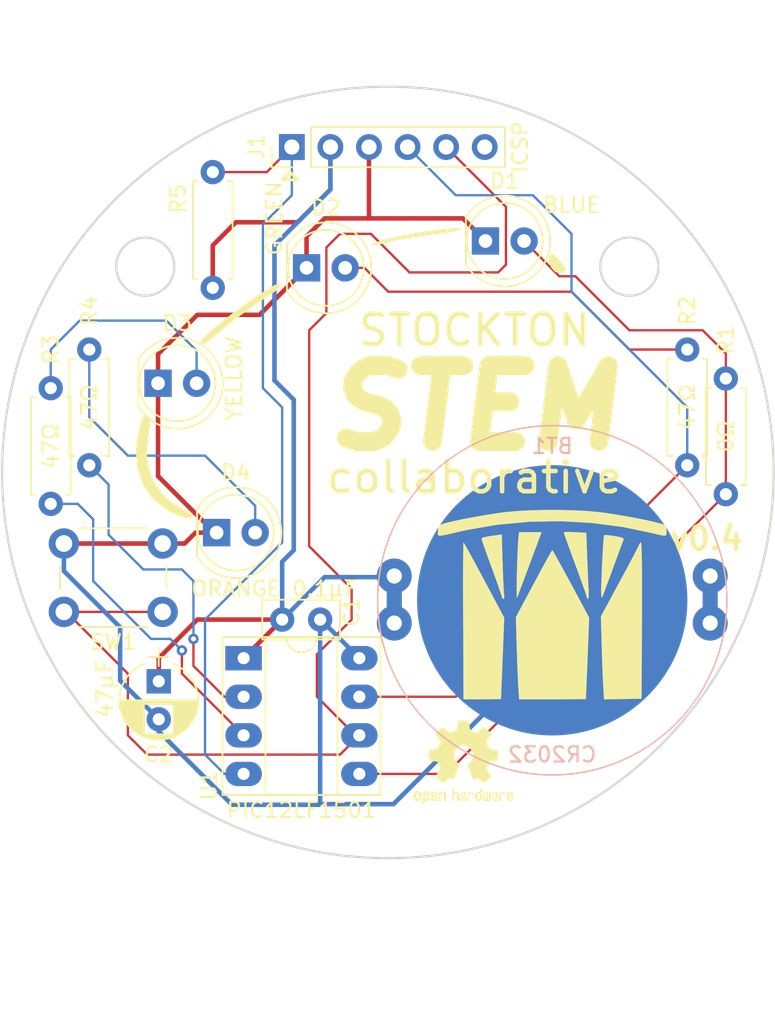
<source format=kicad_pcb>
(kicad_pcb (version 4) (host pcbnew 4.0.7)

  (general
    (links 33)
    (no_connects 1)
    (area 123.724999 66.388 174.675001 133.540001)
    (thickness 1.6002)
    (drawings 11)
    (tracks 144)
    (zones 0)
    (modules 20)
    (nets 13)
  )

  (page A4)
  (title_block
    (title "Stockton STEM Collaborative badge")
    (date 2018-03-10)
    (rev v0.5)
    (company "MIT License; (c) 2017 Chris Luke")
    (comment 2 https://github.com/stockton-stem/stockton-stem-badge)
    (comment 3 "Microcontroller-driven LED flasher")
  )

  (layers
    (0 F.Cu signal)
    (31 B.Cu signal)
    (32 B.Adhes user)
    (33 F.Adhes user)
    (34 B.Paste user)
    (35 F.Paste user)
    (36 B.SilkS user)
    (37 F.SilkS user)
    (38 B.Mask user)
    (39 F.Mask user)
    (40 Dwgs.User user)
    (41 Cmts.User user)
    (42 Eco1.User user)
    (43 Eco2.User user)
    (44 Edge.Cuts user)
    (45 Margin user)
    (46 B.CrtYd user)
    (47 F.CrtYd user)
    (48 B.Fab user)
    (49 F.Fab user)
  )

  (setup
    (last_trace_width 0.1524)
    (trace_clearance 0.1524)
    (zone_clearance 0.508)
    (zone_45_only no)
    (trace_min 0.1524)
    (segment_width 0.2)
    (edge_width 0.15)
    (via_size 0.6858)
    (via_drill 0.3302)
    (via_min_size 0.6858)
    (via_min_drill 0.3302)
    (uvia_size 0.762)
    (uvia_drill 0.508)
    (uvias_allowed no)
    (uvia_min_size 0)
    (uvia_min_drill 0)
    (pcb_text_width 0.3)
    (pcb_text_size 1.5 1.5)
    (mod_edge_width 0.15)
    (mod_text_size 1 1)
    (mod_text_width 0.15)
    (pad_size 1.524 1.524)
    (pad_drill 0.762)
    (pad_to_mask_clearance 0.2)
    (aux_axis_origin 0 0)
    (visible_elements 7FFFFFFF)
    (pcbplotparams
      (layerselection 0x010f0_80000001)
      (usegerberextensions true)
      (excludeedgelayer true)
      (linewidth 0.100000)
      (plotframeref false)
      (viasonmask false)
      (mode 1)
      (useauxorigin false)
      (hpglpennumber 1)
      (hpglpenspeed 20)
      (hpglpendiameter 15)
      (hpglpenoverlay 2)
      (psnegative false)
      (psa4output false)
      (plotreference true)
      (plotvalue true)
      (plotinvisibletext false)
      (padsonsilk false)
      (subtractmaskfromsilk false)
      (outputformat 1)
      (mirror false)
      (drillshape 0)
      (scaleselection 1)
      (outputdirectory gerber/))
  )

  (net 0 "")
  (net 1 GND)
  (net 2 VDD)
  (net 3 "Net-(D2-Pad2)")
  (net 4 "Net-(D3-Pad2)")
  (net 5 "Net-(D4-Pad2)")
  (net 6 LED1)
  (net 7 LED2)
  (net 8 LED3)
  (net 9 LED4)
  (net 10 "Net-(J1-Pad6)")
  (net 11 BUT1)
  (net 12 VPP)

  (net_class Default "This is the default net class."
    (clearance 0.1524)
    (trace_width 0.1524)
    (via_dia 0.6858)
    (via_drill 0.3302)
    (uvia_dia 0.762)
    (uvia_drill 0.508)
    (add_net BUT1)
    (add_net LED1)
    (add_net LED2)
    (add_net LED3)
    (add_net LED4)
    (add_net "Net-(D2-Pad2)")
    (add_net "Net-(D3-Pad2)")
    (add_net "Net-(D4-Pad2)")
    (add_net "Net-(J1-Pad6)")
    (add_net VPP)
  )

  (net_class Power ""
    (clearance 0.2)
    (trace_width 0.3)
    (via_dia 0.6858)
    (via_drill 0.3302)
    (uvia_dia 0.762)
    (uvia_drill 0.508)
    (add_net GND)
    (add_net VDD)
  )

  (module footprints:BAT-HLD-001-THM (layer B.Cu) (tedit 59581D46) (tstamp 59262C42)
    (at 160.02 105.41)
    (path /591E350D)
    (fp_text reference BT1 (at 0 -10.16) (layer B.SilkS)
      (effects (font (size 1 1) (thickness 0.15)) (justify mirror))
    )
    (fp_text value CR2032 (at 0 10.16) (layer B.SilkS)
      (effects (font (size 1 1) (thickness 0.15)) (justify mirror))
    )
    (fp_circle (center 0 0) (end 10.795 -4.445) (layer B.CrtYd) (width 0.1))
    (fp_circle (center 0 0) (end 11.5 0) (layer B.SilkS) (width 0.1))
    (fp_line (start -10.4 0.6) (end -10.4 -0.6) (layer B.Cu) (width 1))
    (fp_line (start 10.4 0.6) (end 10.4 -0.6) (layer B.Cu) (width 1))
    (pad 2 smd circle (at 0 0) (size 17.8 17.8) (layers B.Cu B.Mask)
      (net 1 GND))
    (pad 1 thru_hole circle (at 10.4 1.5) (size 2.3 2.3) (drill 1) (layers *.Cu *.Mask)
      (net 2 VDD))
    (pad 1 thru_hole circle (at 10.4 -1.6) (size 2.3 2.3) (drill 1) (layers *.Cu *.Mask)
      (net 2 VDD))
    (pad 1 thru_hole circle (at -10.4 1.5) (size 2.3 2.3) (drill 1) (layers *.Cu *.Mask)
      (net 2 VDD))
    (pad 1 thru_hole circle (at -10.4 -1.6) (size 2.3 2.3) (drill 1) (layers *.Cu *.Mask)
      (net 2 VDD))
    (model D:/Users/Chrisy/dev/Embedded/stockton-stem-badge/board/packages3d/CR2032.wrl
      (at (xyz 0 0 0))
      (scale (xyz 0.375 0.375 0.375))
      (rotate (xyz 0 0 0))
    )
  )

  (module Capacitors_THT:CP_Radial_D5.0mm_P2.50mm (layer F.Cu) (tedit 592F3C47) (tstamp 592E1A0D)
    (at 134.112 110.744 270)
    (descr "CP, Radial series, Radial, pin pitch=2.50mm, , diameter=5mm, Electrolytic Capacitor")
    (tags "CP Radial series Radial pin pitch 2.50mm  diameter 5mm Electrolytic Capacitor")
    (path /592E55AD)
    (fp_text reference C2 (at 4.826 0 360) (layer F.SilkS)
      (effects (font (size 1 1) (thickness 0.15)))
    )
    (fp_text value 47μF (at 0.508 3.556 270) (layer F.SilkS)
      (effects (font (size 1 1) (thickness 0.15)))
    )
    (fp_text user %R (at 0.775 0 270) (layer F.Fab)
      (effects (font (size 1 1) (thickness 0.15)))
    )
    (fp_line (start -2.2 0) (end -1 0) (layer F.Fab) (width 0.1))
    (fp_line (start -1.6 -0.65) (end -1.6 0.65) (layer F.Fab) (width 0.1))
    (fp_line (start 1.25 -2.55) (end 1.25 2.55) (layer F.SilkS) (width 0.12))
    (fp_line (start 1.29 -2.55) (end 1.29 2.55) (layer F.SilkS) (width 0.12))
    (fp_line (start 1.33 -2.549) (end 1.33 2.549) (layer F.SilkS) (width 0.12))
    (fp_line (start 1.37 -2.548) (end 1.37 2.548) (layer F.SilkS) (width 0.12))
    (fp_line (start 1.41 -2.546) (end 1.41 2.546) (layer F.SilkS) (width 0.12))
    (fp_line (start 1.45 -2.543) (end 1.45 2.543) (layer F.SilkS) (width 0.12))
    (fp_line (start 1.49 -2.539) (end 1.49 2.539) (layer F.SilkS) (width 0.12))
    (fp_line (start 1.53 -2.535) (end 1.53 -0.98) (layer F.SilkS) (width 0.12))
    (fp_line (start 1.53 0.98) (end 1.53 2.535) (layer F.SilkS) (width 0.12))
    (fp_line (start 1.57 -2.531) (end 1.57 -0.98) (layer F.SilkS) (width 0.12))
    (fp_line (start 1.57 0.98) (end 1.57 2.531) (layer F.SilkS) (width 0.12))
    (fp_line (start 1.61 -2.525) (end 1.61 -0.98) (layer F.SilkS) (width 0.12))
    (fp_line (start 1.61 0.98) (end 1.61 2.525) (layer F.SilkS) (width 0.12))
    (fp_line (start 1.65 -2.519) (end 1.65 -0.98) (layer F.SilkS) (width 0.12))
    (fp_line (start 1.65 0.98) (end 1.65 2.519) (layer F.SilkS) (width 0.12))
    (fp_line (start 1.69 -2.513) (end 1.69 -0.98) (layer F.SilkS) (width 0.12))
    (fp_line (start 1.69 0.98) (end 1.69 2.513) (layer F.SilkS) (width 0.12))
    (fp_line (start 1.73 -2.506) (end 1.73 -0.98) (layer F.SilkS) (width 0.12))
    (fp_line (start 1.73 0.98) (end 1.73 2.506) (layer F.SilkS) (width 0.12))
    (fp_line (start 1.77 -2.498) (end 1.77 -0.98) (layer F.SilkS) (width 0.12))
    (fp_line (start 1.77 0.98) (end 1.77 2.498) (layer F.SilkS) (width 0.12))
    (fp_line (start 1.81 -2.489) (end 1.81 -0.98) (layer F.SilkS) (width 0.12))
    (fp_line (start 1.81 0.98) (end 1.81 2.489) (layer F.SilkS) (width 0.12))
    (fp_line (start 1.85 -2.48) (end 1.85 -0.98) (layer F.SilkS) (width 0.12))
    (fp_line (start 1.85 0.98) (end 1.85 2.48) (layer F.SilkS) (width 0.12))
    (fp_line (start 1.89 -2.47) (end 1.89 -0.98) (layer F.SilkS) (width 0.12))
    (fp_line (start 1.89 0.98) (end 1.89 2.47) (layer F.SilkS) (width 0.12))
    (fp_line (start 1.93 -2.46) (end 1.93 -0.98) (layer F.SilkS) (width 0.12))
    (fp_line (start 1.93 0.98) (end 1.93 2.46) (layer F.SilkS) (width 0.12))
    (fp_line (start 1.971 -2.448) (end 1.971 -0.98) (layer F.SilkS) (width 0.12))
    (fp_line (start 1.971 0.98) (end 1.971 2.448) (layer F.SilkS) (width 0.12))
    (fp_line (start 2.011 -2.436) (end 2.011 -0.98) (layer F.SilkS) (width 0.12))
    (fp_line (start 2.011 0.98) (end 2.011 2.436) (layer F.SilkS) (width 0.12))
    (fp_line (start 2.051 -2.424) (end 2.051 -0.98) (layer F.SilkS) (width 0.12))
    (fp_line (start 2.051 0.98) (end 2.051 2.424) (layer F.SilkS) (width 0.12))
    (fp_line (start 2.091 -2.41) (end 2.091 -0.98) (layer F.SilkS) (width 0.12))
    (fp_line (start 2.091 0.98) (end 2.091 2.41) (layer F.SilkS) (width 0.12))
    (fp_line (start 2.131 -2.396) (end 2.131 -0.98) (layer F.SilkS) (width 0.12))
    (fp_line (start 2.131 0.98) (end 2.131 2.396) (layer F.SilkS) (width 0.12))
    (fp_line (start 2.171 -2.382) (end 2.171 -0.98) (layer F.SilkS) (width 0.12))
    (fp_line (start 2.171 0.98) (end 2.171 2.382) (layer F.SilkS) (width 0.12))
    (fp_line (start 2.211 -2.366) (end 2.211 -0.98) (layer F.SilkS) (width 0.12))
    (fp_line (start 2.211 0.98) (end 2.211 2.366) (layer F.SilkS) (width 0.12))
    (fp_line (start 2.251 -2.35) (end 2.251 -0.98) (layer F.SilkS) (width 0.12))
    (fp_line (start 2.251 0.98) (end 2.251 2.35) (layer F.SilkS) (width 0.12))
    (fp_line (start 2.291 -2.333) (end 2.291 -0.98) (layer F.SilkS) (width 0.12))
    (fp_line (start 2.291 0.98) (end 2.291 2.333) (layer F.SilkS) (width 0.12))
    (fp_line (start 2.331 -2.315) (end 2.331 -0.98) (layer F.SilkS) (width 0.12))
    (fp_line (start 2.331 0.98) (end 2.331 2.315) (layer F.SilkS) (width 0.12))
    (fp_line (start 2.371 -2.296) (end 2.371 -0.98) (layer F.SilkS) (width 0.12))
    (fp_line (start 2.371 0.98) (end 2.371 2.296) (layer F.SilkS) (width 0.12))
    (fp_line (start 2.411 -2.276) (end 2.411 -0.98) (layer F.SilkS) (width 0.12))
    (fp_line (start 2.411 0.98) (end 2.411 2.276) (layer F.SilkS) (width 0.12))
    (fp_line (start 2.451 -2.256) (end 2.451 -0.98) (layer F.SilkS) (width 0.12))
    (fp_line (start 2.451 0.98) (end 2.451 2.256) (layer F.SilkS) (width 0.12))
    (fp_line (start 2.491 -2.234) (end 2.491 -0.98) (layer F.SilkS) (width 0.12))
    (fp_line (start 2.491 0.98) (end 2.491 2.234) (layer F.SilkS) (width 0.12))
    (fp_line (start 2.531 -2.212) (end 2.531 -0.98) (layer F.SilkS) (width 0.12))
    (fp_line (start 2.531 0.98) (end 2.531 2.212) (layer F.SilkS) (width 0.12))
    (fp_line (start 2.571 -2.189) (end 2.571 -0.98) (layer F.SilkS) (width 0.12))
    (fp_line (start 2.571 0.98) (end 2.571 2.189) (layer F.SilkS) (width 0.12))
    (fp_line (start 2.611 -2.165) (end 2.611 -0.98) (layer F.SilkS) (width 0.12))
    (fp_line (start 2.611 0.98) (end 2.611 2.165) (layer F.SilkS) (width 0.12))
    (fp_line (start 2.651 -2.14) (end 2.651 -0.98) (layer F.SilkS) (width 0.12))
    (fp_line (start 2.651 0.98) (end 2.651 2.14) (layer F.SilkS) (width 0.12))
    (fp_line (start 2.691 -2.113) (end 2.691 -0.98) (layer F.SilkS) (width 0.12))
    (fp_line (start 2.691 0.98) (end 2.691 2.113) (layer F.SilkS) (width 0.12))
    (fp_line (start 2.731 -2.086) (end 2.731 -0.98) (layer F.SilkS) (width 0.12))
    (fp_line (start 2.731 0.98) (end 2.731 2.086) (layer F.SilkS) (width 0.12))
    (fp_line (start 2.771 -2.058) (end 2.771 -0.98) (layer F.SilkS) (width 0.12))
    (fp_line (start 2.771 0.98) (end 2.771 2.058) (layer F.SilkS) (width 0.12))
    (fp_line (start 2.811 -2.028) (end 2.811 -0.98) (layer F.SilkS) (width 0.12))
    (fp_line (start 2.811 0.98) (end 2.811 2.028) (layer F.SilkS) (width 0.12))
    (fp_line (start 2.851 -1.997) (end 2.851 -0.98) (layer F.SilkS) (width 0.12))
    (fp_line (start 2.851 0.98) (end 2.851 1.997) (layer F.SilkS) (width 0.12))
    (fp_line (start 2.891 -1.965) (end 2.891 -0.98) (layer F.SilkS) (width 0.12))
    (fp_line (start 2.891 0.98) (end 2.891 1.965) (layer F.SilkS) (width 0.12))
    (fp_line (start 2.931 -1.932) (end 2.931 -0.98) (layer F.SilkS) (width 0.12))
    (fp_line (start 2.931 0.98) (end 2.931 1.932) (layer F.SilkS) (width 0.12))
    (fp_line (start 2.971 -1.897) (end 2.971 -0.98) (layer F.SilkS) (width 0.12))
    (fp_line (start 2.971 0.98) (end 2.971 1.897) (layer F.SilkS) (width 0.12))
    (fp_line (start 3.011 -1.861) (end 3.011 -0.98) (layer F.SilkS) (width 0.12))
    (fp_line (start 3.011 0.98) (end 3.011 1.861) (layer F.SilkS) (width 0.12))
    (fp_line (start 3.051 -1.823) (end 3.051 -0.98) (layer F.SilkS) (width 0.12))
    (fp_line (start 3.051 0.98) (end 3.051 1.823) (layer F.SilkS) (width 0.12))
    (fp_line (start 3.091 -1.783) (end 3.091 -0.98) (layer F.SilkS) (width 0.12))
    (fp_line (start 3.091 0.98) (end 3.091 1.783) (layer F.SilkS) (width 0.12))
    (fp_line (start 3.131 -1.742) (end 3.131 -0.98) (layer F.SilkS) (width 0.12))
    (fp_line (start 3.131 0.98) (end 3.131 1.742) (layer F.SilkS) (width 0.12))
    (fp_line (start 3.171 -1.699) (end 3.171 -0.98) (layer F.SilkS) (width 0.12))
    (fp_line (start 3.171 0.98) (end 3.171 1.699) (layer F.SilkS) (width 0.12))
    (fp_line (start 3.211 -1.654) (end 3.211 -0.98) (layer F.SilkS) (width 0.12))
    (fp_line (start 3.211 0.98) (end 3.211 1.654) (layer F.SilkS) (width 0.12))
    (fp_line (start 3.251 -1.606) (end 3.251 -0.98) (layer F.SilkS) (width 0.12))
    (fp_line (start 3.251 0.98) (end 3.251 1.606) (layer F.SilkS) (width 0.12))
    (fp_line (start 3.291 -1.556) (end 3.291 -0.98) (layer F.SilkS) (width 0.12))
    (fp_line (start 3.291 0.98) (end 3.291 1.556) (layer F.SilkS) (width 0.12))
    (fp_line (start 3.331 -1.504) (end 3.331 -0.98) (layer F.SilkS) (width 0.12))
    (fp_line (start 3.331 0.98) (end 3.331 1.504) (layer F.SilkS) (width 0.12))
    (fp_line (start 3.371 -1.448) (end 3.371 -0.98) (layer F.SilkS) (width 0.12))
    (fp_line (start 3.371 0.98) (end 3.371 1.448) (layer F.SilkS) (width 0.12))
    (fp_line (start 3.411 -1.39) (end 3.411 -0.98) (layer F.SilkS) (width 0.12))
    (fp_line (start 3.411 0.98) (end 3.411 1.39) (layer F.SilkS) (width 0.12))
    (fp_line (start 3.451 -1.327) (end 3.451 -0.98) (layer F.SilkS) (width 0.12))
    (fp_line (start 3.451 0.98) (end 3.451 1.327) (layer F.SilkS) (width 0.12))
    (fp_line (start 3.491 -1.261) (end 3.491 1.261) (layer F.SilkS) (width 0.12))
    (fp_line (start 3.531 -1.189) (end 3.531 1.189) (layer F.SilkS) (width 0.12))
    (fp_line (start 3.571 -1.112) (end 3.571 1.112) (layer F.SilkS) (width 0.12))
    (fp_line (start 3.611 -1.028) (end 3.611 1.028) (layer F.SilkS) (width 0.12))
    (fp_line (start 3.651 -0.934) (end 3.651 0.934) (layer F.SilkS) (width 0.12))
    (fp_line (start 3.691 -0.829) (end 3.691 0.829) (layer F.SilkS) (width 0.12))
    (fp_line (start 3.731 -0.707) (end 3.731 0.707) (layer F.SilkS) (width 0.12))
    (fp_line (start 3.771 -0.559) (end 3.771 0.559) (layer F.SilkS) (width 0.12))
    (fp_line (start 3.811 -0.354) (end 3.811 0.354) (layer F.SilkS) (width 0.12))
    (fp_line (start -2.2 0) (end -1 0) (layer F.SilkS) (width 0.12))
    (fp_line (start -1.6 -0.65) (end -1.6 0.65) (layer F.SilkS) (width 0.12))
    (fp_line (start -1.6 -2.85) (end -1.6 2.85) (layer F.CrtYd) (width 0.05))
    (fp_line (start -1.6 2.85) (end 4.1 2.85) (layer F.CrtYd) (width 0.05))
    (fp_line (start 4.1 2.85) (end 4.1 -2.85) (layer F.CrtYd) (width 0.05))
    (fp_line (start 4.1 -2.85) (end -1.6 -2.85) (layer F.CrtYd) (width 0.05))
    (fp_circle (center 1.25 0) (end 3.75 0) (layer F.Fab) (width 0.1))
    (fp_arc (start 1.25 0) (end -1.147436 -0.98) (angle 135.5) (layer F.SilkS) (width 0.12))
    (fp_arc (start 1.25 0) (end -1.147436 0.98) (angle -135.5) (layer F.SilkS) (width 0.12))
    (fp_arc (start 1.25 0) (end 3.647436 -0.98) (angle 44.5) (layer F.SilkS) (width 0.12))
    (pad 1 thru_hole rect (at 0 0 270) (size 1.6 1.6) (drill 0.8) (layers *.Cu *.Mask)
      (net 2 VDD))
    (pad 2 thru_hole circle (at 2.5 0 270) (size 1.6 1.6) (drill 0.8) (layers *.Cu *.Mask)
      (net 1 GND))
    (model ${KISYS3DMOD}/Capacitors_THT.3dshapes/CP_Radial_D5.0mm_P2.50mm.wrl
      (at (xyz 0 0 0))
      (scale (xyz 1 1 1))
      (rotate (xyz 0 0 0))
    )
  )

  (module Resistors_THT:R_Axial_DIN0207_L6.3mm_D2.5mm_P7.62mm_Horizontal (layer F.Cu) (tedit 592344A9) (tstamp 591E3E2F)
    (at 129.54 96.52 90)
    (descr "Resistor, Axial_DIN0207 series, Axial, Horizontal, pin pitch=7.62mm, 0.25W = 1/4W, length*diameter=6.3*2.5mm^2, http://cdn-reichelt.de/documents/datenblatt/B400/1_4W%23YAG.pdf")
    (tags "Resistor Axial_DIN0207 series Axial Horizontal pin pitch 7.62mm 0.25W = 1/4W length 6.3mm diameter 2.5mm")
    (path /591E3AD6)
    (fp_text reference R4 (at 10.16 0 90) (layer F.SilkS)
      (effects (font (size 1 1) (thickness 0.15)))
    )
    (fp_text value 47Ω (at 3.81 0 90) (layer F.SilkS)
      (effects (font (size 1 1) (thickness 0.15)))
    )
    (fp_line (start 0.66 -1.25) (end 0.66 1.25) (layer F.Fab) (width 0.1))
    (fp_line (start 0.66 1.25) (end 6.96 1.25) (layer F.Fab) (width 0.1))
    (fp_line (start 6.96 1.25) (end 6.96 -1.25) (layer F.Fab) (width 0.1))
    (fp_line (start 6.96 -1.25) (end 0.66 -1.25) (layer F.Fab) (width 0.1))
    (fp_line (start 0 0) (end 0.66 0) (layer F.Fab) (width 0.1))
    (fp_line (start 7.62 0) (end 6.96 0) (layer F.Fab) (width 0.1))
    (fp_line (start 0.6 -0.98) (end 0.6 -1.31) (layer F.SilkS) (width 0.12))
    (fp_line (start 0.6 -1.31) (end 7.02 -1.31) (layer F.SilkS) (width 0.12))
    (fp_line (start 7.02 -1.31) (end 7.02 -0.98) (layer F.SilkS) (width 0.12))
    (fp_line (start 0.6 0.98) (end 0.6 1.31) (layer F.SilkS) (width 0.12))
    (fp_line (start 0.6 1.31) (end 7.02 1.31) (layer F.SilkS) (width 0.12))
    (fp_line (start 7.02 1.31) (end 7.02 0.98) (layer F.SilkS) (width 0.12))
    (fp_line (start -1.05 -1.6) (end -1.05 1.6) (layer F.CrtYd) (width 0.05))
    (fp_line (start -1.05 1.6) (end 8.7 1.6) (layer F.CrtYd) (width 0.05))
    (fp_line (start 8.7 1.6) (end 8.7 -1.6) (layer F.CrtYd) (width 0.05))
    (fp_line (start 8.7 -1.6) (end -1.05 -1.6) (layer F.CrtYd) (width 0.05))
    (pad 1 thru_hole circle (at 0 0 90) (size 1.6 1.6) (drill 0.8) (layers *.Cu *.Mask)
      (net 9 LED4))
    (pad 2 thru_hole oval (at 7.62 0 90) (size 1.6 1.6) (drill 0.8) (layers *.Cu *.Mask)
      (net 5 "Net-(D4-Pad2)"))
    (model Resistors_THT.3dshapes/R_Axial_DIN0207_L6.3mm_D2.5mm_P7.62mm_Horizontal.wrl
      (at (xyz 0 0 0))
      (scale (xyz 0.393701 0.393701 0.393701))
      (rotate (xyz 0 0 0))
    )
  )

  (module Housings_DIP:DIP-8_W7.62mm_Socket_LongPads (layer F.Cu) (tedit 59581EB7) (tstamp 591E37DE)
    (at 139.7 109.22)
    (descr "8-lead dip package, row spacing 7.62 mm (300 mils), Socket, LongPads")
    (tags "DIL DIP PDIP 2.54mm 7.62mm 300mil Socket LongPads")
    (path /591E2774)
    (fp_text reference U1 (at -2.286 8.382 90) (layer F.SilkS)
      (effects (font (size 1 1) (thickness 0.15)))
    )
    (fp_text value PIC12LF1501 (at 3.81 10.01) (layer F.SilkS)
      (effects (font (size 1 1) (thickness 0.15)))
    )
    (fp_text user %R (at 3.81 3.81) (layer F.Fab)
      (effects (font (size 1 1) (thickness 0.15)))
    )
    (fp_line (start 1.635 -1.27) (end 6.985 -1.27) (layer F.Fab) (width 0.1))
    (fp_line (start 6.985 -1.27) (end 6.985 8.89) (layer F.Fab) (width 0.1))
    (fp_line (start 6.985 8.89) (end 0.635 8.89) (layer F.Fab) (width 0.1))
    (fp_line (start 0.635 8.89) (end 0.635 -0.27) (layer F.Fab) (width 0.1))
    (fp_line (start 0.635 -0.27) (end 1.635 -1.27) (layer F.Fab) (width 0.1))
    (fp_line (start -1.27 -1.27) (end -1.27 8.89) (layer F.Fab) (width 0.1))
    (fp_line (start -1.27 8.89) (end 8.89 8.89) (layer F.Fab) (width 0.1))
    (fp_line (start 8.89 8.89) (end 8.89 -1.27) (layer F.Fab) (width 0.1))
    (fp_line (start 8.89 -1.27) (end -1.27 -1.27) (layer F.Fab) (width 0.1))
    (fp_line (start 2.81 -1.39) (end 1.44 -1.39) (layer F.SilkS) (width 0.12))
    (fp_line (start 1.44 -1.39) (end 1.44 9.01) (layer F.SilkS) (width 0.12))
    (fp_line (start 1.44 9.01) (end 6.18 9.01) (layer F.SilkS) (width 0.12))
    (fp_line (start 6.18 9.01) (end 6.18 -1.39) (layer F.SilkS) (width 0.12))
    (fp_line (start 6.18 -1.39) (end 4.81 -1.39) (layer F.SilkS) (width 0.12))
    (fp_line (start -1.39 -1.39) (end -1.39 9.01) (layer F.SilkS) (width 0.12))
    (fp_line (start -1.39 9.01) (end 9.01 9.01) (layer F.SilkS) (width 0.12))
    (fp_line (start 9.01 9.01) (end 9.01 -1.39) (layer F.SilkS) (width 0.12))
    (fp_line (start 9.01 -1.39) (end -1.39 -1.39) (layer F.SilkS) (width 0.12))
    (fp_line (start -1.7 -1.7) (end -1.7 9.3) (layer F.CrtYd) (width 0.05))
    (fp_line (start -1.7 9.3) (end 9.3 9.3) (layer F.CrtYd) (width 0.05))
    (fp_line (start 9.3 9.3) (end 9.3 -1.7) (layer F.CrtYd) (width 0.05))
    (fp_line (start 9.3 -1.7) (end -1.7 -1.7) (layer F.CrtYd) (width 0.05))
    (fp_arc (start 3.81 -1.39) (end 2.81 -1.39) (angle -180) (layer F.SilkS) (width 0.12))
    (pad 1 thru_hole rect (at 0 0) (size 2.4 1.6) (drill 0.8) (layers *.Cu *.Mask)
      (net 2 VDD))
    (pad 5 thru_hole oval (at 7.62 7.62) (size 2.4 1.6) (drill 0.8) (layers *.Cu *.Mask)
      (net 6 LED1))
    (pad 2 thru_hole oval (at 0 2.54) (size 2.4 1.6) (drill 0.8) (layers *.Cu *.Mask)
      (net 9 LED4))
    (pad 6 thru_hole oval (at 7.62 5.08) (size 2.4 1.6) (drill 0.8) (layers *.Cu *.Mask)
      (net 11 BUT1))
    (pad 3 thru_hole oval (at 0 5.08) (size 2.4 1.6) (drill 0.8) (layers *.Cu *.Mask)
      (net 8 LED3))
    (pad 7 thru_hole oval (at 7.62 2.54) (size 2.4 1.6) (drill 0.8) (layers *.Cu *.Mask)
      (net 7 LED2))
    (pad 4 thru_hole oval (at 0 7.62) (size 2.4 1.6) (drill 0.8) (layers *.Cu *.Mask)
      (net 12 VPP))
    (pad 8 thru_hole oval (at 7.62 0) (size 2.4 1.6) (drill 0.8) (layers *.Cu *.Mask)
      (net 1 GND))
    (model Housings_DIP.3dshapes/DIP-8_W7.62mm_Socket_LongPads.wrl
      (at (xyz 0 0 0))
      (scale (xyz 1 1 1))
      (rotate (xyz 0 0 0))
    )
    (model Housings_DIP.3dshapes/DIP-8_W7.62mm_LongPads.wrl
      (at (xyz 0 0 0))
      (scale (xyz 1 1 1))
      (rotate (xyz 0 0 0))
    )
  )

  (module Capacitors_THT:C_Disc_D5.0mm_W2.5mm_P2.50mm (layer F.Cu) (tedit 59581EC1) (tstamp 591E37BA)
    (at 142.24 106.68)
    (descr "C, Disc series, Radial, pin pitch=2.50mm, , diameter*width=5*2.5mm^2, Capacitor, http://cdn-reichelt.de/documents/datenblatt/B300/DS_KERKO_TC.pdf")
    (tags "C Disc series Radial pin pitch 2.50mm  diameter 5mm width 2.5mm Capacitor")
    (path /591E35CB)
    (fp_text reference C1 (at 4.572 -0.508 90) (layer F.SilkS)
      (effects (font (size 1 1) (thickness 0.15)))
    )
    (fp_text value 0.1μF (at 2.794 -2.032 180) (layer F.SilkS)
      (effects (font (size 1 1) (thickness 0.15)))
    )
    (fp_line (start -1.25 -1.25) (end -1.25 1.25) (layer F.Fab) (width 0.1))
    (fp_line (start -1.25 1.25) (end 3.75 1.25) (layer F.Fab) (width 0.1))
    (fp_line (start 3.75 1.25) (end 3.75 -1.25) (layer F.Fab) (width 0.1))
    (fp_line (start 3.75 -1.25) (end -1.25 -1.25) (layer F.Fab) (width 0.1))
    (fp_line (start -1.31 -1.31) (end 3.81 -1.31) (layer F.SilkS) (width 0.12))
    (fp_line (start -1.31 1.31) (end 3.81 1.31) (layer F.SilkS) (width 0.12))
    (fp_line (start -1.31 -1.31) (end -1.31 1.31) (layer F.SilkS) (width 0.12))
    (fp_line (start 3.81 -1.31) (end 3.81 1.31) (layer F.SilkS) (width 0.12))
    (fp_line (start -1.6 -1.6) (end -1.6 1.6) (layer F.CrtYd) (width 0.05))
    (fp_line (start -1.6 1.6) (end 4.1 1.6) (layer F.CrtYd) (width 0.05))
    (fp_line (start 4.1 1.6) (end 4.1 -1.6) (layer F.CrtYd) (width 0.05))
    (fp_line (start 4.1 -1.6) (end -1.6 -1.6) (layer F.CrtYd) (width 0.05))
    (pad 1 thru_hole circle (at 0 0) (size 1.6 1.6) (drill 0.8) (layers *.Cu *.Mask)
      (net 2 VDD))
    (pad 2 thru_hole circle (at 2.5 0) (size 1.6 1.6) (drill 0.8) (layers *.Cu *.Mask)
      (net 1 GND))
    (model Capacitors_THT.3dshapes/C_Disc_D5.0mm_W2.5mm_P2.50mm.wrl
      (at (xyz 0 0 0))
      (scale (xyz 1 1 1))
      (rotate (xyz 0 0 0))
    )
  )

  (module LEDs:LED_D5.0mm (layer F.Cu) (tedit 5927A263) (tstamp 591E3E05)
    (at 155.6258 81.75244)
    (descr "LED, diameter 5.0mm, 2 pins, http://cdn-reichelt.de/documents/datenblatt/A500/LL-504BC2E-009.pdf")
    (tags "LED diameter 5.0mm 2 pins")
    (path /591E3B38)
    (fp_text reference D1 (at 1.27 -3.96) (layer F.SilkS)
      (effects (font (size 1 1) (thickness 0.15)))
    )
    (fp_text value BLUE (at 5.6642 -2.37744) (layer F.SilkS)
      (effects (font (size 1 1) (thickness 0.15)))
    )
    (fp_arc (start 1.27 0) (end -1.23 -1.469694) (angle 299.1) (layer F.Fab) (width 0.1))
    (fp_arc (start 1.27 0) (end -1.29 -1.54483) (angle 148.9) (layer F.SilkS) (width 0.12))
    (fp_arc (start 1.27 0) (end -1.29 1.54483) (angle -148.9) (layer F.SilkS) (width 0.12))
    (fp_circle (center 1.27 0) (end 3.77 0) (layer F.Fab) (width 0.1))
    (fp_circle (center 1.27 0) (end 3.77 0) (layer F.SilkS) (width 0.12))
    (fp_line (start -1.23 -1.469694) (end -1.23 1.469694) (layer F.Fab) (width 0.1))
    (fp_line (start -1.29 -1.545) (end -1.29 1.545) (layer F.SilkS) (width 0.12))
    (fp_line (start -1.95 -3.25) (end -1.95 3.25) (layer F.CrtYd) (width 0.05))
    (fp_line (start -1.95 3.25) (end 4.5 3.25) (layer F.CrtYd) (width 0.05))
    (fp_line (start 4.5 3.25) (end 4.5 -3.25) (layer F.CrtYd) (width 0.05))
    (fp_line (start 4.5 -3.25) (end -1.95 -3.25) (layer F.CrtYd) (width 0.05))
    (pad 1 thru_hole rect (at 0 0) (size 1.8 1.8) (drill 0.9) (layers *.Cu *.Mask)
      (net 1 GND))
    (pad 2 thru_hole circle (at 2.54 0) (size 1.8 1.8) (drill 0.9) (layers *.Cu *.Mask)
      (net 6 LED1))
    (model D:/Users/Chrisy/dev/Embedded/stockton-stem-badge/board/packages3d/LED_D5.0mm_Blue.wrl
      (at (xyz 0 0 -0.1))
      (scale (xyz 0.393701 0.393701 0.393701))
      (rotate (xyz 0 0 0))
    )
  )

  (module LEDs:LED_D5.0mm (layer F.Cu) (tedit 592E1050) (tstamp 591E3E0B)
    (at 143.84528 83.52028)
    (descr "LED, diameter 5.0mm, 2 pins, http://cdn-reichelt.de/documents/datenblatt/A500/LL-504BC2E-009.pdf")
    (tags "LED diameter 5.0mm 2 pins")
    (path /591E3BE7)
    (fp_text reference D2 (at 1.27 -3.96) (layer F.SilkS)
      (effects (font (size 1 1) (thickness 0.15)))
    )
    (fp_text value GREEN (at -2.11328 -3.25628 90) (layer F.SilkS)
      (effects (font (size 1 1) (thickness 0.15)))
    )
    (fp_arc (start 1.27 0) (end -1.23 -1.469694) (angle 299.1) (layer F.Fab) (width 0.1))
    (fp_arc (start 1.27 0) (end -1.29 -1.54483) (angle 148.9) (layer F.SilkS) (width 0.12))
    (fp_arc (start 1.27 0) (end -1.29 1.54483) (angle -148.9) (layer F.SilkS) (width 0.12))
    (fp_circle (center 1.27 0) (end 3.77 0) (layer F.Fab) (width 0.1))
    (fp_circle (center 1.27 0) (end 3.77 0) (layer F.SilkS) (width 0.12))
    (fp_line (start -1.23 -1.469694) (end -1.23 1.469694) (layer F.Fab) (width 0.1))
    (fp_line (start -1.29 -1.545) (end -1.29 1.545) (layer F.SilkS) (width 0.12))
    (fp_line (start -1.95 -3.25) (end -1.95 3.25) (layer F.CrtYd) (width 0.05))
    (fp_line (start -1.95 3.25) (end 4.5 3.25) (layer F.CrtYd) (width 0.05))
    (fp_line (start 4.5 3.25) (end 4.5 -3.25) (layer F.CrtYd) (width 0.05))
    (fp_line (start 4.5 -3.25) (end -1.95 -3.25) (layer F.CrtYd) (width 0.05))
    (pad 1 thru_hole rect (at 0 0) (size 1.8 1.8) (drill 0.9) (layers *.Cu *.Mask)
      (net 1 GND))
    (pad 2 thru_hole circle (at 2.54 0) (size 1.8 1.8) (drill 0.9) (layers *.Cu *.Mask)
      (net 3 "Net-(D2-Pad2)"))
    (model D:/Users/Chrisy/dev/Embedded/stockton-stem-badge/board/packages3d/LED_D5.0mm_Green.wrl
      (at (xyz 0 0 -0.1))
      (scale (xyz 0.393701 0.393701 0.393701))
      (rotate (xyz 0 0 0))
    )
  )

  (module LEDs:LED_D5.0mm (layer F.Cu) (tedit 5927A250) (tstamp 591E3E11)
    (at 134.06628 91.11996)
    (descr "LED, diameter 5.0mm, 2 pins, http://cdn-reichelt.de/documents/datenblatt/A500/LL-504BC2E-009.pdf")
    (tags "LED diameter 5.0mm 2 pins")
    (path /591E3C24)
    (fp_text reference D3 (at 1.27 -3.96) (layer F.SilkS)
      (effects (font (size 1 1) (thickness 0.15)))
    )
    (fp_text value YELLOW (at 4.99872 -0.31496 90) (layer F.SilkS)
      (effects (font (size 1 1) (thickness 0.15)))
    )
    (fp_arc (start 1.27 0) (end -1.23 -1.469694) (angle 299.1) (layer F.Fab) (width 0.1))
    (fp_arc (start 1.27 0) (end -1.29 -1.54483) (angle 148.9) (layer F.SilkS) (width 0.12))
    (fp_arc (start 1.27 0) (end -1.29 1.54483) (angle -148.9) (layer F.SilkS) (width 0.12))
    (fp_circle (center 1.27 0) (end 3.77 0) (layer F.Fab) (width 0.1))
    (fp_circle (center 1.27 0) (end 3.77 0) (layer F.SilkS) (width 0.12))
    (fp_line (start -1.23 -1.469694) (end -1.23 1.469694) (layer F.Fab) (width 0.1))
    (fp_line (start -1.29 -1.545) (end -1.29 1.545) (layer F.SilkS) (width 0.12))
    (fp_line (start -1.95 -3.25) (end -1.95 3.25) (layer F.CrtYd) (width 0.05))
    (fp_line (start -1.95 3.25) (end 4.5 3.25) (layer F.CrtYd) (width 0.05))
    (fp_line (start 4.5 3.25) (end 4.5 -3.25) (layer F.CrtYd) (width 0.05))
    (fp_line (start 4.5 -3.25) (end -1.95 -3.25) (layer F.CrtYd) (width 0.05))
    (pad 1 thru_hole rect (at 0 0) (size 1.8 1.8) (drill 0.9) (layers *.Cu *.Mask)
      (net 1 GND))
    (pad 2 thru_hole circle (at 2.54 0) (size 1.8 1.8) (drill 0.9) (layers *.Cu *.Mask)
      (net 4 "Net-(D3-Pad2)"))
    (model D:/Users/Chrisy/dev/Embedded/stockton-stem-badge/board/packages3d/LED_D5.0mm_Yellow.wrl
      (at (xyz 0 0 -0.1))
      (scale (xyz 0.393701 0.393701 0.393701))
      (rotate (xyz 0 0 0))
    )
  )

  (module LEDs:LED_D5.0mm (layer F.Cu) (tedit 59581EAB) (tstamp 591E3E17)
    (at 137.922 100.95484)
    (descr "LED, diameter 5.0mm, 2 pins, http://cdn-reichelt.de/documents/datenblatt/A500/LL-504BC2E-009.pdf")
    (tags "LED diameter 5.0mm 2 pins")
    (path /591E3C59)
    (fp_text reference D4 (at 1.27 -3.96) (layer F.SilkS)
      (effects (font (size 1 1) (thickness 0.15)))
    )
    (fp_text value ORANGE (at 1.27 3.69316 180) (layer F.SilkS)
      (effects (font (size 1 1) (thickness 0.15)))
    )
    (fp_arc (start 1.27 0) (end -1.23 -1.469694) (angle 299.1) (layer F.Fab) (width 0.1))
    (fp_arc (start 1.27 0) (end -1.29 -1.54483) (angle 148.9) (layer F.SilkS) (width 0.12))
    (fp_arc (start 1.27 0) (end -1.29 1.54483) (angle -148.9) (layer F.SilkS) (width 0.12))
    (fp_circle (center 1.27 0) (end 3.77 0) (layer F.Fab) (width 0.1))
    (fp_circle (center 1.27 0) (end 3.77 0) (layer F.SilkS) (width 0.12))
    (fp_line (start -1.23 -1.469694) (end -1.23 1.469694) (layer F.Fab) (width 0.1))
    (fp_line (start -1.29 -1.545) (end -1.29 1.545) (layer F.SilkS) (width 0.12))
    (fp_line (start -1.95 -3.25) (end -1.95 3.25) (layer F.CrtYd) (width 0.05))
    (fp_line (start -1.95 3.25) (end 4.5 3.25) (layer F.CrtYd) (width 0.05))
    (fp_line (start 4.5 3.25) (end 4.5 -3.25) (layer F.CrtYd) (width 0.05))
    (fp_line (start 4.5 -3.25) (end -1.95 -3.25) (layer F.CrtYd) (width 0.05))
    (pad 1 thru_hole rect (at 0 0) (size 1.8 1.8) (drill 0.9) (layers *.Cu *.Mask)
      (net 1 GND))
    (pad 2 thru_hole circle (at 2.54 0) (size 1.8 1.8) (drill 0.9) (layers *.Cu *.Mask)
      (net 5 "Net-(D4-Pad2)"))
    (model D:/Users/Chrisy/dev/Embedded/stockton-stem-badge/board/packages3d/LED_D5.0mm_Orange.wrl
      (at (xyz 0 0 -0.1))
      (scale (xyz 0.393701 0.393701 0.393701))
      (rotate (xyz 0 0 0))
    )
  )

  (module Resistors_THT:R_Axial_DIN0207_L6.3mm_D2.5mm_P7.62mm_Horizontal (layer F.Cu) (tedit 5923447F) (tstamp 591E3E1D)
    (at 171.45 98.425 90)
    (descr "Resistor, Axial_DIN0207 series, Axial, Horizontal, pin pitch=7.62mm, 0.25W = 1/4W, length*diameter=6.3*2.5mm^2, http://cdn-reichelt.de/documents/datenblatt/B400/1_4W%23YAG.pdf")
    (tags "Resistor Axial_DIN0207 series Axial Horizontal pin pitch 7.62mm 0.25W = 1/4W length 6.3mm diameter 2.5mm")
    (path /591E3893)
    (fp_text reference R1 (at 10.16 0 90) (layer F.SilkS)
      (effects (font (size 1 1) (thickness 0.15)))
    )
    (fp_text value 0Ω (at 3.81 0 90) (layer F.SilkS)
      (effects (font (size 1 1) (thickness 0.15)))
    )
    (fp_line (start 0.66 -1.25) (end 0.66 1.25) (layer F.Fab) (width 0.1))
    (fp_line (start 0.66 1.25) (end 6.96 1.25) (layer F.Fab) (width 0.1))
    (fp_line (start 6.96 1.25) (end 6.96 -1.25) (layer F.Fab) (width 0.1))
    (fp_line (start 6.96 -1.25) (end 0.66 -1.25) (layer F.Fab) (width 0.1))
    (fp_line (start 0 0) (end 0.66 0) (layer F.Fab) (width 0.1))
    (fp_line (start 7.62 0) (end 6.96 0) (layer F.Fab) (width 0.1))
    (fp_line (start 0.6 -0.98) (end 0.6 -1.31) (layer F.SilkS) (width 0.12))
    (fp_line (start 0.6 -1.31) (end 7.02 -1.31) (layer F.SilkS) (width 0.12))
    (fp_line (start 7.02 -1.31) (end 7.02 -0.98) (layer F.SilkS) (width 0.12))
    (fp_line (start 0.6 0.98) (end 0.6 1.31) (layer F.SilkS) (width 0.12))
    (fp_line (start 0.6 1.31) (end 7.02 1.31) (layer F.SilkS) (width 0.12))
    (fp_line (start 7.02 1.31) (end 7.02 0.98) (layer F.SilkS) (width 0.12))
    (fp_line (start -1.05 -1.6) (end -1.05 1.6) (layer F.CrtYd) (width 0.05))
    (fp_line (start -1.05 1.6) (end 8.7 1.6) (layer F.CrtYd) (width 0.05))
    (fp_line (start 8.7 1.6) (end 8.7 -1.6) (layer F.CrtYd) (width 0.05))
    (fp_line (start 8.7 -1.6) (end -1.05 -1.6) (layer F.CrtYd) (width 0.05))
    (pad 1 thru_hole circle (at 0 0 90) (size 1.6 1.6) (drill 0.8) (layers *.Cu *.Mask)
      (net 6 LED1))
    (pad 2 thru_hole oval (at 7.62 0 90) (size 1.6 1.6) (drill 0.8) (layers *.Cu *.Mask)
      (net 6 LED1))
    (model Resistors_THT.3dshapes/R_Axial_DIN0207_L6.3mm_D2.5mm_P7.62mm_Horizontal.wrl
      (at (xyz 0 0 0))
      (scale (xyz 0.393701 0.393701 0.393701))
      (rotate (xyz 0 0 0))
    )
  )

  (module Resistors_THT:R_Axial_DIN0207_L6.3mm_D2.5mm_P7.62mm_Horizontal (layer F.Cu) (tedit 5923448D) (tstamp 591E3E23)
    (at 168.91 96.52 90)
    (descr "Resistor, Axial_DIN0207 series, Axial, Horizontal, pin pitch=7.62mm, 0.25W = 1/4W, length*diameter=6.3*2.5mm^2, http://cdn-reichelt.de/documents/datenblatt/B400/1_4W%23YAG.pdf")
    (tags "Resistor Axial_DIN0207 series Axial Horizontal pin pitch 7.62mm 0.25W = 1/4W length 6.3mm diameter 2.5mm")
    (path /591E39DA)
    (fp_text reference R2 (at 10.16 0 90) (layer F.SilkS)
      (effects (font (size 1 1) (thickness 0.15)))
    )
    (fp_text value 47Ω (at 3.81 0 90) (layer F.SilkS)
      (effects (font (size 1 1) (thickness 0.15)))
    )
    (fp_line (start 0.66 -1.25) (end 0.66 1.25) (layer F.Fab) (width 0.1))
    (fp_line (start 0.66 1.25) (end 6.96 1.25) (layer F.Fab) (width 0.1))
    (fp_line (start 6.96 1.25) (end 6.96 -1.25) (layer F.Fab) (width 0.1))
    (fp_line (start 6.96 -1.25) (end 0.66 -1.25) (layer F.Fab) (width 0.1))
    (fp_line (start 0 0) (end 0.66 0) (layer F.Fab) (width 0.1))
    (fp_line (start 7.62 0) (end 6.96 0) (layer F.Fab) (width 0.1))
    (fp_line (start 0.6 -0.98) (end 0.6 -1.31) (layer F.SilkS) (width 0.12))
    (fp_line (start 0.6 -1.31) (end 7.02 -1.31) (layer F.SilkS) (width 0.12))
    (fp_line (start 7.02 -1.31) (end 7.02 -0.98) (layer F.SilkS) (width 0.12))
    (fp_line (start 0.6 0.98) (end 0.6 1.31) (layer F.SilkS) (width 0.12))
    (fp_line (start 0.6 1.31) (end 7.02 1.31) (layer F.SilkS) (width 0.12))
    (fp_line (start 7.02 1.31) (end 7.02 0.98) (layer F.SilkS) (width 0.12))
    (fp_line (start -1.05 -1.6) (end -1.05 1.6) (layer F.CrtYd) (width 0.05))
    (fp_line (start -1.05 1.6) (end 8.7 1.6) (layer F.CrtYd) (width 0.05))
    (fp_line (start 8.7 1.6) (end 8.7 -1.6) (layer F.CrtYd) (width 0.05))
    (fp_line (start 8.7 -1.6) (end -1.05 -1.6) (layer F.CrtYd) (width 0.05))
    (pad 1 thru_hole circle (at 0 0 90) (size 1.6 1.6) (drill 0.8) (layers *.Cu *.Mask)
      (net 7 LED2))
    (pad 2 thru_hole oval (at 7.62 0 90) (size 1.6 1.6) (drill 0.8) (layers *.Cu *.Mask)
      (net 3 "Net-(D2-Pad2)"))
    (model Resistors_THT.3dshapes/R_Axial_DIN0207_L6.3mm_D2.5mm_P7.62mm_Horizontal.wrl
      (at (xyz 0 0 0))
      (scale (xyz 0.393701 0.393701 0.393701))
      (rotate (xyz 0 0 0))
    )
  )

  (module Resistors_THT:R_Axial_DIN0207_L6.3mm_D2.5mm_P7.62mm_Horizontal (layer F.Cu) (tedit 5923449B) (tstamp 591E3E29)
    (at 127 99.06 90)
    (descr "Resistor, Axial_DIN0207 series, Axial, Horizontal, pin pitch=7.62mm, 0.25W = 1/4W, length*diameter=6.3*2.5mm^2, http://cdn-reichelt.de/documents/datenblatt/B400/1_4W%23YAG.pdf")
    (tags "Resistor Axial_DIN0207 series Axial Horizontal pin pitch 7.62mm 0.25W = 1/4W length 6.3mm diameter 2.5mm")
    (path /591E3A93)
    (fp_text reference R3 (at 10.16 0 90) (layer F.SilkS)
      (effects (font (size 1 1) (thickness 0.15)))
    )
    (fp_text value 47Ω (at 3.81 0 90) (layer F.SilkS)
      (effects (font (size 1 1) (thickness 0.15)))
    )
    (fp_line (start 0.66 -1.25) (end 0.66 1.25) (layer F.Fab) (width 0.1))
    (fp_line (start 0.66 1.25) (end 6.96 1.25) (layer F.Fab) (width 0.1))
    (fp_line (start 6.96 1.25) (end 6.96 -1.25) (layer F.Fab) (width 0.1))
    (fp_line (start 6.96 -1.25) (end 0.66 -1.25) (layer F.Fab) (width 0.1))
    (fp_line (start 0 0) (end 0.66 0) (layer F.Fab) (width 0.1))
    (fp_line (start 7.62 0) (end 6.96 0) (layer F.Fab) (width 0.1))
    (fp_line (start 0.6 -0.98) (end 0.6 -1.31) (layer F.SilkS) (width 0.12))
    (fp_line (start 0.6 -1.31) (end 7.02 -1.31) (layer F.SilkS) (width 0.12))
    (fp_line (start 7.02 -1.31) (end 7.02 -0.98) (layer F.SilkS) (width 0.12))
    (fp_line (start 0.6 0.98) (end 0.6 1.31) (layer F.SilkS) (width 0.12))
    (fp_line (start 0.6 1.31) (end 7.02 1.31) (layer F.SilkS) (width 0.12))
    (fp_line (start 7.02 1.31) (end 7.02 0.98) (layer F.SilkS) (width 0.12))
    (fp_line (start -1.05 -1.6) (end -1.05 1.6) (layer F.CrtYd) (width 0.05))
    (fp_line (start -1.05 1.6) (end 8.7 1.6) (layer F.CrtYd) (width 0.05))
    (fp_line (start 8.7 1.6) (end 8.7 -1.6) (layer F.CrtYd) (width 0.05))
    (fp_line (start 8.7 -1.6) (end -1.05 -1.6) (layer F.CrtYd) (width 0.05))
    (pad 1 thru_hole circle (at 0 0 90) (size 1.6 1.6) (drill 0.8) (layers *.Cu *.Mask)
      (net 8 LED3))
    (pad 2 thru_hole oval (at 7.62 0 90) (size 1.6 1.6) (drill 0.8) (layers *.Cu *.Mask)
      (net 4 "Net-(D3-Pad2)"))
    (model Resistors_THT.3dshapes/R_Axial_DIN0207_L6.3mm_D2.5mm_P7.62mm_Horizontal.wrl
      (at (xyz 0 0 0))
      (scale (xyz 0.393701 0.393701 0.393701))
      (rotate (xyz 0 0 0))
    )
  )

  (module Pin_Headers:Pin_Header_Straight_1x06_Pitch2.54mm (layer F.Cu) (tedit 592340B1) (tstamp 591F580C)
    (at 142.875 75.565 90)
    (descr "Through hole straight pin header, 1x06, 2.54mm pitch, single row")
    (tags "Through hole pin header THT 1x06 2.54mm single row")
    (path /591F5833)
    (fp_text reference J1 (at 0 -2.33 90) (layer F.SilkS)
      (effects (font (size 1 1) (thickness 0.15)))
    )
    (fp_text value ICSP (at 0 15.03 90) (layer F.SilkS)
      (effects (font (size 1 1) (thickness 0.15)))
    )
    (fp_line (start -1.27 -1.27) (end -1.27 13.97) (layer F.Fab) (width 0.1))
    (fp_line (start -1.27 13.97) (end 1.27 13.97) (layer F.Fab) (width 0.1))
    (fp_line (start 1.27 13.97) (end 1.27 -1.27) (layer F.Fab) (width 0.1))
    (fp_line (start 1.27 -1.27) (end -1.27 -1.27) (layer F.Fab) (width 0.1))
    (fp_line (start -1.33 1.27) (end -1.33 14.03) (layer F.SilkS) (width 0.12))
    (fp_line (start -1.33 14.03) (end 1.33 14.03) (layer F.SilkS) (width 0.12))
    (fp_line (start 1.33 14.03) (end 1.33 1.27) (layer F.SilkS) (width 0.12))
    (fp_line (start 1.33 1.27) (end -1.33 1.27) (layer F.SilkS) (width 0.12))
    (fp_line (start -1.33 0) (end -1.33 -1.33) (layer F.SilkS) (width 0.12))
    (fp_line (start -1.33 -1.33) (end 0 -1.33) (layer F.SilkS) (width 0.12))
    (fp_line (start -1.8 -1.8) (end -1.8 14.5) (layer F.CrtYd) (width 0.05))
    (fp_line (start -1.8 14.5) (end 1.8 14.5) (layer F.CrtYd) (width 0.05))
    (fp_line (start 1.8 14.5) (end 1.8 -1.8) (layer F.CrtYd) (width 0.05))
    (fp_line (start 1.8 -1.8) (end -1.8 -1.8) (layer F.CrtYd) (width 0.05))
    (fp_text user %R (at 0 -2.33 90) (layer F.Fab)
      (effects (font (size 1 1) (thickness 0.15)))
    )
    (pad 1 thru_hole rect (at 0 0 90) (size 1.7 1.7) (drill 1) (layers *.Cu *.Mask)
      (net 12 VPP))
    (pad 2 thru_hole oval (at 0 2.54 90) (size 1.7 1.7) (drill 1) (layers *.Cu *.Mask)
      (net 2 VDD))
    (pad 3 thru_hole oval (at 0 5.08 90) (size 1.7 1.7) (drill 1) (layers *.Cu *.Mask)
      (net 1 GND))
    (pad 4 thru_hole oval (at 0 7.62 90) (size 1.7 1.7) (drill 1) (layers *.Cu *.Mask)
      (net 7 LED2))
    (pad 5 thru_hole oval (at 0 10.16 90) (size 1.7 1.7) (drill 1) (layers *.Cu *.Mask)
      (net 11 BUT1))
    (pad 6 thru_hole oval (at 0 12.7 90) (size 1.7 1.7) (drill 1) (layers *.Cu *.Mask)
      (net 10 "Net-(J1-Pad6)"))
    (model ${KISYS3DMOD}/Pin_Headers.3dshapes/Pin_Header_Straight_1x06_Pitch2.54mm.wrl
      (at (xyz 0 0 0))
      (scale (xyz 1 1 1))
      (rotate (xyz 0 0 0))
    )
  )

  (module Resistors_THT:R_Axial_DIN0207_L6.3mm_D2.5mm_P7.62mm_Horizontal (layer F.Cu) (tedit 592E118E) (tstamp 592E0FD2)
    (at 137.668 84.836 90)
    (descr "Resistor, Axial_DIN0207 series, Axial, Horizontal, pin pitch=7.62mm, 0.25W = 1/4W, length*diameter=6.3*2.5mm^2, http://cdn-reichelt.de/documents/datenblatt/B400/1_4W%23YAG.pdf")
    (tags "Resistor Axial_DIN0207 series Axial Horizontal pin pitch 7.62mm 0.25W = 1/4W length 6.3mm diameter 2.5mm")
    (path /592E12B8)
    (fp_text reference R5 (at 5.842 -2.286 90) (layer F.SilkS)
      (effects (font (size 1 1) (thickness 0.15)))
    )
    (fp_text value 10KΩ (at 3.81 0 90) (layer F.Fab)
      (effects (font (size 1 1) (thickness 0.15)))
    )
    (fp_line (start 0.66 -1.25) (end 0.66 1.25) (layer F.Fab) (width 0.1))
    (fp_line (start 0.66 1.25) (end 6.96 1.25) (layer F.Fab) (width 0.1))
    (fp_line (start 6.96 1.25) (end 6.96 -1.25) (layer F.Fab) (width 0.1))
    (fp_line (start 6.96 -1.25) (end 0.66 -1.25) (layer F.Fab) (width 0.1))
    (fp_line (start 0 0) (end 0.66 0) (layer F.Fab) (width 0.1))
    (fp_line (start 7.62 0) (end 6.96 0) (layer F.Fab) (width 0.1))
    (fp_line (start 0.6 -0.98) (end 0.6 -1.31) (layer F.SilkS) (width 0.12))
    (fp_line (start 0.6 -1.31) (end 7.02 -1.31) (layer F.SilkS) (width 0.12))
    (fp_line (start 7.02 -1.31) (end 7.02 -0.98) (layer F.SilkS) (width 0.12))
    (fp_line (start 0.6 0.98) (end 0.6 1.31) (layer F.SilkS) (width 0.12))
    (fp_line (start 0.6 1.31) (end 7.02 1.31) (layer F.SilkS) (width 0.12))
    (fp_line (start 7.02 1.31) (end 7.02 0.98) (layer F.SilkS) (width 0.12))
    (fp_line (start -1.05 -1.6) (end -1.05 1.6) (layer F.CrtYd) (width 0.05))
    (fp_line (start -1.05 1.6) (end 8.7 1.6) (layer F.CrtYd) (width 0.05))
    (fp_line (start 8.7 1.6) (end 8.7 -1.6) (layer F.CrtYd) (width 0.05))
    (fp_line (start 8.7 -1.6) (end -1.05 -1.6) (layer F.CrtYd) (width 0.05))
    (pad 1 thru_hole circle (at 0 0 90) (size 1.6 1.6) (drill 0.8) (layers *.Cu *.Mask)
      (net 2 VDD))
    (pad 2 thru_hole oval (at 7.62 0 90) (size 1.6 1.6) (drill 0.8) (layers *.Cu *.Mask)
      (net 12 VPP))
    (model Resistors_THT.3dshapes/R_Axial_DIN0207_L6.3mm_D2.5mm_P7.62mm_Horizontal.wrl
      (at (xyz 0 0 0))
      (scale (xyz 0.393701 0.393701 0.393701))
      (rotate (xyz 0 0 0))
    )
  )

  (module images:stem_logo (layer F.Cu) (tedit 0) (tstamp 592E1A71)
    (at 148.59 92.456)
    (fp_text reference G*** (at 0 0) (layer F.SilkS) hide
      (effects (font (thickness 0.3)))
    )
    (fp_text value LOGO (at 0.75 0) (layer F.SilkS) hide
      (effects (font (thickness 0.3)))
    )
    (fp_poly (pts (xy -15.180216 0.802301) (xy -15.151813 0.82902) (xy -15.045908 1.042556) (xy -15.04298 1.423377)
      (xy -15.143101 2.05392) (xy -15.152892 2.104066) (xy -15.271561 3.296161) (xy -15.111874 4.359383)
      (xy -14.80321 5.131979) (xy -14.278202 5.883561) (xy -13.545494 6.561684) (xy -12.745651 7.036616)
      (xy -12.73452 7.041257) (xy -12.356817 7.237896) (xy -12.173992 7.412019) (xy -12.170833 7.429733)
      (xy -12.310399 7.575828) (xy -12.683902 7.554087) (xy -13.22355 7.379462) (xy -13.86155 7.066906)
      (xy -13.890397 7.050462) (xy -14.84243 6.316415) (xy -15.515177 5.380626) (xy -15.897142 4.271011)
      (xy -15.976827 3.015487) (xy -15.87852 2.223518) (xy -15.704807 1.418037) (xy -15.54129 0.933344)
      (xy -15.371812 0.738434) (xy -15.180216 0.802301)) (layer F.SilkS) (width 0.01))
    (fp_poly (pts (xy -6.334587 -7.860482) (xy -6.508093 -7.632965) (xy -6.986994 -7.260248) (xy -7.628819 -6.834001)
      (xy -8.394177 -6.315531) (xy -9.255971 -5.682611) (xy -10.048951 -5.057378) (xy -10.176306 -4.951131)
      (xy -10.79919 -4.428821) (xy -11.207682 -4.103586) (xy -11.456081 -3.943896) (xy -11.598681 -3.918224)
      (xy -11.68978 -3.995042) (xy -11.726261 -4.05112) (xy -11.643424 -4.231316) (xy -11.318896 -4.564159)
      (xy -10.806595 -5.009767) (xy -10.16044 -5.528257) (xy -9.434351 -6.079748) (xy -8.682245 -6.624359)
      (xy -7.95804 -7.122207) (xy -7.315657 -7.533411) (xy -6.809012 -7.818089) (xy -6.492026 -7.936359)
      (xy -6.472031 -7.9375) (xy -6.334587 -7.860482)) (layer F.SilkS) (width 0.01))
    (fp_poly (pts (xy 11.635331 -9.749817) (xy 11.912869 -9.448342) (xy 12.180097 -9.096957) (xy 12.336767 -8.81927)
      (xy 12.347222 -8.76869) (xy 12.201779 -8.661818) (xy 12.002526 -8.59406) (xy 11.634724 -8.655329)
      (xy 11.371762 -8.940516) (xy 11.196214 -9.360558) (xy 11.212119 -9.709282) (xy 11.410456 -9.875396)
      (xy 11.447731 -9.877778) (xy 11.635331 -9.749817)) (layer F.SilkS) (width 0.01))
    (fp_poly (pts (xy 5.458151 -11.509839) (xy 5.468056 -11.488723) (xy 5.304746 -11.413181) (xy 4.863625 -11.316576)
      (xy 4.217903 -11.212981) (xy 3.66007 -11.141111) (xy 2.767557 -11.021907) (xy 1.885882 -10.878934)
      (xy 1.151213 -10.735263) (xy 0.881945 -10.670477) (xy 0.268103 -10.523718) (xy -0.19501 -10.443783)
      (xy -0.463799 -10.430105) (xy -0.494667 -10.48212) (xy -0.244019 -10.599262) (xy 0 -10.681921)
      (xy 0.661477 -10.864127) (xy 1.462753 -11.043594) (xy 2.3369 -11.210445) (xy 3.216987 -11.354806)
      (xy 4.036086 -11.466802) (xy 4.727265 -11.536556) (xy 5.223597 -11.554193) (xy 5.458151 -11.509839)) (layer F.SilkS) (width 0.01))
  )

  (module Symbols:OSHW-Logo2_7.3x6mm_SilkScreen (layer F.Cu) (tedit 592E1AEF) (tstamp 592E1AE0)
    (at 154.178 116.078)
    (descr "Open Source Hardware Symbol")
    (tags "Logo Symbol OSHW")
    (attr virtual)
    (fp_text reference REF*** (at 0 0) (layer F.SilkS) hide
      (effects (font (size 1 1) (thickness 0.15)))
    )
    (fp_text value OSHW-Logo2_7.3x6mm_SilkScreen (at 2.286 7.874) (layer F.Fab) hide
      (effects (font (size 1 1) (thickness 0.15)))
    )
    (fp_poly (pts (xy -2.400256 1.919918) (xy -2.344799 1.947568) (xy -2.295852 1.99848) (xy -2.282371 2.017338)
      (xy -2.267686 2.042015) (xy -2.258158 2.068816) (xy -2.252707 2.104587) (xy -2.250253 2.156169)
      (xy -2.249714 2.224267) (xy -2.252148 2.317588) (xy -2.260606 2.387657) (xy -2.276826 2.439931)
      (xy -2.302546 2.479869) (xy -2.339503 2.512929) (xy -2.342218 2.514886) (xy -2.37864 2.534908)
      (xy -2.422498 2.544815) (xy -2.478276 2.547257) (xy -2.568952 2.547257) (xy -2.56899 2.635283)
      (xy -2.569834 2.684308) (xy -2.574976 2.713065) (xy -2.588413 2.730311) (xy -2.614142 2.744808)
      (xy -2.620321 2.747769) (xy -2.649236 2.761648) (xy -2.671624 2.770414) (xy -2.688271 2.771171)
      (xy -2.699964 2.761023) (xy -2.70749 2.737073) (xy -2.711634 2.696426) (xy -2.713185 2.636186)
      (xy -2.712929 2.553455) (xy -2.711651 2.445339) (xy -2.711252 2.413) (xy -2.709815 2.301524)
      (xy -2.708528 2.228603) (xy -2.569029 2.228603) (xy -2.568245 2.290499) (xy -2.56476 2.330997)
      (xy -2.556876 2.357708) (xy -2.542895 2.378244) (xy -2.533403 2.38826) (xy -2.494596 2.417567)
      (xy -2.460237 2.419952) (xy -2.424784 2.39575) (xy -2.423886 2.394857) (xy -2.409461 2.376153)
      (xy -2.400687 2.350732) (xy -2.396261 2.311584) (xy -2.394882 2.251697) (xy -2.394857 2.23843)
      (xy -2.398188 2.155901) (xy -2.409031 2.098691) (xy -2.42866 2.063766) (xy -2.45835 2.048094)
      (xy -2.475509 2.046514) (xy -2.516234 2.053926) (xy -2.544168 2.07833) (xy -2.560983 2.12298)
      (xy -2.56835 2.19113) (xy -2.569029 2.228603) (xy -2.708528 2.228603) (xy -2.708292 2.215245)
      (xy -2.706323 2.150333) (xy -2.70355 2.102958) (xy -2.699612 2.06929) (xy -2.694151 2.045498)
      (xy -2.686808 2.027753) (xy -2.677223 2.012224) (xy -2.673113 2.006381) (xy -2.618595 1.951185)
      (xy -2.549664 1.91989) (xy -2.469928 1.911165) (xy -2.400256 1.919918)) (layer F.SilkS) (width 0.01))
    (fp_poly (pts (xy -1.283907 1.92778) (xy -1.237328 1.954723) (xy -1.204943 1.981466) (xy -1.181258 2.009484)
      (xy -1.164941 2.043748) (xy -1.154661 2.089227) (xy -1.149086 2.150892) (xy -1.146884 2.233711)
      (xy -1.146629 2.293246) (xy -1.146629 2.512391) (xy -1.208314 2.540044) (xy -1.27 2.567697)
      (xy -1.277257 2.32767) (xy -1.280256 2.238028) (xy -1.283402 2.172962) (xy -1.287299 2.128026)
      (xy -1.292553 2.09877) (xy -1.299769 2.080748) (xy -1.30955 2.069511) (xy -1.312688 2.067079)
      (xy -1.360239 2.048083) (xy -1.408303 2.0556) (xy -1.436914 2.075543) (xy -1.448553 2.089675)
      (xy -1.456609 2.10822) (xy -1.461729 2.136334) (xy -1.464559 2.179173) (xy -1.465744 2.241895)
      (xy -1.465943 2.307261) (xy -1.465982 2.389268) (xy -1.467386 2.447316) (xy -1.472086 2.486465)
      (xy -1.482013 2.51178) (xy -1.499097 2.528323) (xy -1.525268 2.541156) (xy -1.560225 2.554491)
      (xy -1.598404 2.569007) (xy -1.593859 2.311389) (xy -1.592029 2.218519) (xy -1.589888 2.149889)
      (xy -1.586819 2.100711) (xy -1.582206 2.066198) (xy -1.575432 2.041562) (xy -1.565881 2.022016)
      (xy -1.554366 2.00477) (xy -1.49881 1.94968) (xy -1.43102 1.917822) (xy -1.357287 1.910191)
      (xy -1.283907 1.92778)) (layer F.SilkS) (width 0.01))
    (fp_poly (pts (xy -2.958885 1.921962) (xy -2.890855 1.957733) (xy -2.840649 2.015301) (xy -2.822815 2.052312)
      (xy -2.808937 2.107882) (xy -2.801833 2.178096) (xy -2.80116 2.254727) (xy -2.806573 2.329552)
      (xy -2.81773 2.394342) (xy -2.834286 2.440873) (xy -2.839374 2.448887) (xy -2.899645 2.508707)
      (xy -2.971231 2.544535) (xy -3.048908 2.55502) (xy -3.127452 2.53881) (xy -3.149311 2.529092)
      (xy -3.191878 2.499143) (xy -3.229237 2.459433) (xy -3.232768 2.454397) (xy -3.247119 2.430124)
      (xy -3.256606 2.404178) (xy -3.26221 2.370022) (xy -3.264914 2.321119) (xy -3.265701 2.250935)
      (xy -3.265714 2.2352) (xy -3.265678 2.230192) (xy -3.120571 2.230192) (xy -3.119727 2.29643)
      (xy -3.116404 2.340386) (xy -3.109417 2.368779) (xy -3.097584 2.388325) (xy -3.091543 2.394857)
      (xy -3.056814 2.41968) (xy -3.023097 2.418548) (xy -2.989005 2.397016) (xy -2.968671 2.374029)
      (xy -2.956629 2.340478) (xy -2.949866 2.287569) (xy -2.949402 2.281399) (xy -2.948248 2.185513)
      (xy -2.960312 2.114299) (xy -2.98543 2.068194) (xy -3.02344 2.047635) (xy -3.037008 2.046514)
      (xy -3.072636 2.052152) (xy -3.097006 2.071686) (xy -3.111907 2.109042) (xy -3.119125 2.16815)
      (xy -3.120571 2.230192) (xy -3.265678 2.230192) (xy -3.265174 2.160413) (xy -3.262904 2.108159)
      (xy -3.257932 2.071949) (xy -3.249287 2.045299) (xy -3.235995 2.021722) (xy -3.233057 2.017338)
      (xy -3.183687 1.958249) (xy -3.129891 1.923947) (xy -3.064398 1.910331) (xy -3.042158 1.909665)
      (xy -2.958885 1.921962)) (layer F.SilkS) (width 0.01))
    (fp_poly (pts (xy -1.831697 1.931239) (xy -1.774473 1.969735) (xy -1.730251 2.025335) (xy -1.703833 2.096086)
      (xy -1.69849 2.148162) (xy -1.699097 2.169893) (xy -1.704178 2.186531) (xy -1.718145 2.201437)
      (xy -1.745411 2.217973) (xy -1.790388 2.239498) (xy -1.857489 2.269374) (xy -1.857829 2.269524)
      (xy -1.919593 2.297813) (xy -1.970241 2.322933) (xy -2.004596 2.342179) (xy -2.017482 2.352848)
      (xy -2.017486 2.352934) (xy -2.006128 2.376166) (xy -1.979569 2.401774) (xy -1.949077 2.420221)
      (xy -1.93363 2.423886) (xy -1.891485 2.411212) (xy -1.855192 2.379471) (xy -1.837483 2.344572)
      (xy -1.820448 2.318845) (xy -1.787078 2.289546) (xy -1.747851 2.264235) (xy -1.713244 2.250471)
      (xy -1.706007 2.249714) (xy -1.697861 2.26216) (xy -1.69737 2.293972) (xy -1.703357 2.336866)
      (xy -1.714643 2.382558) (xy -1.73005 2.422761) (xy -1.730829 2.424322) (xy -1.777196 2.489062)
      (xy -1.837289 2.533097) (xy -1.905535 2.554711) (xy -1.976362 2.552185) (xy -2.044196 2.523804)
      (xy -2.047212 2.521808) (xy -2.100573 2.473448) (xy -2.13566 2.410352) (xy -2.155078 2.327387)
      (xy -2.157684 2.304078) (xy -2.162299 2.194055) (xy -2.156767 2.142748) (xy -2.017486 2.142748)
      (xy -2.015676 2.174753) (xy -2.005778 2.184093) (xy -1.981102 2.177105) (xy -1.942205 2.160587)
      (xy -1.898725 2.139881) (xy -1.897644 2.139333) (xy -1.860791 2.119949) (xy -1.846 2.107013)
      (xy -1.849647 2.093451) (xy -1.865005 2.075632) (xy -1.904077 2.049845) (xy -1.946154 2.04795)
      (xy -1.983897 2.066717) (xy -2.009966 2.102915) (xy -2.017486 2.142748) (xy -2.156767 2.142748)
      (xy -2.152806 2.106027) (xy -2.12845 2.036212) (xy -2.094544 1.987302) (xy -2.033347 1.937878)
      (xy -1.965937 1.913359) (xy -1.89712 1.911797) (xy -1.831697 1.931239)) (layer F.SilkS) (width 0.01))
    (fp_poly (pts (xy -0.624114 1.851289) (xy -0.619861 1.910613) (xy -0.614975 1.945572) (xy -0.608205 1.96082)
      (xy -0.598298 1.961015) (xy -0.595086 1.959195) (xy -0.552356 1.946015) (xy -0.496773 1.946785)
      (xy -0.440263 1.960333) (xy -0.404918 1.977861) (xy -0.368679 2.005861) (xy -0.342187 2.037549)
      (xy -0.324001 2.077813) (xy -0.312678 2.131543) (xy -0.306778 2.203626) (xy -0.304857 2.298951)
      (xy -0.304823 2.317237) (xy -0.3048 2.522646) (xy -0.350509 2.53858) (xy -0.382973 2.54942)
      (xy -0.400785 2.554468) (xy -0.401309 2.554514) (xy -0.403063 2.540828) (xy -0.404556 2.503076)
      (xy -0.405674 2.446224) (xy -0.406303 2.375234) (xy -0.4064 2.332073) (xy -0.406602 2.246973)
      (xy -0.407642 2.185981) (xy -0.410169 2.144177) (xy -0.414836 2.116642) (xy -0.422293 2.098456)
      (xy -0.433189 2.084698) (xy -0.439993 2.078073) (xy -0.486728 2.051375) (xy -0.537728 2.049375)
      (xy -0.583999 2.071955) (xy -0.592556 2.080107) (xy -0.605107 2.095436) (xy -0.613812 2.113618)
      (xy -0.619369 2.139909) (xy -0.622474 2.179562) (xy -0.623824 2.237832) (xy -0.624114 2.318173)
      (xy -0.624114 2.522646) (xy -0.669823 2.53858) (xy -0.702287 2.54942) (xy -0.720099 2.554468)
      (xy -0.720623 2.554514) (xy -0.721963 2.540623) (xy -0.723172 2.501439) (xy -0.724199 2.4407)
      (xy -0.724998 2.362141) (xy -0.725519 2.269498) (xy -0.725714 2.166509) (xy -0.725714 1.769342)
      (xy -0.678543 1.749444) (xy -0.631371 1.729547) (xy -0.624114 1.851289)) (layer F.SilkS) (width 0.01))
    (fp_poly (pts (xy 0.039744 1.950968) (xy 0.096616 1.972087) (xy 0.097267 1.972493) (xy 0.13244 1.99838)
      (xy 0.158407 2.028633) (xy 0.17667 2.068058) (xy 0.188732 2.121462) (xy 0.196096 2.193651)
      (xy 0.200264 2.289432) (xy 0.200629 2.303078) (xy 0.205876 2.508842) (xy 0.161716 2.531678)
      (xy 0.129763 2.54711) (xy 0.11047 2.554423) (xy 0.109578 2.554514) (xy 0.106239 2.541022)
      (xy 0.103587 2.504626) (xy 0.101956 2.451452) (xy 0.1016 2.408393) (xy 0.101592 2.338641)
      (xy 0.098403 2.294837) (xy 0.087288 2.273944) (xy 0.063501 2.272925) (xy 0.022296 2.288741)
      (xy -0.039914 2.317815) (xy -0.085659 2.341963) (xy -0.109187 2.362913) (xy -0.116104 2.385747)
      (xy -0.116114 2.386877) (xy -0.104701 2.426212) (xy -0.070908 2.447462) (xy -0.019191 2.450539)
      (xy 0.018061 2.450006) (xy 0.037703 2.460735) (xy 0.049952 2.486505) (xy 0.057002 2.519337)
      (xy 0.046842 2.537966) (xy 0.043017 2.540632) (xy 0.007001 2.55134) (xy -0.043434 2.552856)
      (xy -0.095374 2.545759) (xy -0.132178 2.532788) (xy -0.183062 2.489585) (xy -0.211986 2.429446)
      (xy -0.217714 2.382462) (xy -0.213343 2.340082) (xy -0.197525 2.305488) (xy -0.166203 2.274763)
      (xy -0.115322 2.24399) (xy -0.040824 2.209252) (xy -0.036286 2.207288) (xy 0.030821 2.176287)
      (xy 0.072232 2.150862) (xy 0.089981 2.128014) (xy 0.086107 2.104745) (xy 0.062643 2.078056)
      (xy 0.055627 2.071914) (xy 0.00863 2.0481) (xy -0.040067 2.049103) (xy -0.082478 2.072451)
      (xy -0.110616 2.115675) (xy -0.113231 2.12416) (xy -0.138692 2.165308) (xy -0.170999 2.185128)
      (xy -0.217714 2.20477) (xy -0.217714 2.15395) (xy -0.203504 2.080082) (xy -0.161325 2.012327)
      (xy -0.139376 1.989661) (xy -0.089483 1.960569) (xy -0.026033 1.9474) (xy 0.039744 1.950968)) (layer F.SilkS) (width 0.01))
    (fp_poly (pts (xy 0.529926 1.949755) (xy 0.595858 1.974084) (xy 0.649273 2.017117) (xy 0.670164 2.047409)
      (xy 0.692939 2.102994) (xy 0.692466 2.143186) (xy 0.668562 2.170217) (xy 0.659717 2.174813)
      (xy 0.62153 2.189144) (xy 0.602028 2.185472) (xy 0.595422 2.161407) (xy 0.595086 2.148114)
      (xy 0.582992 2.09921) (xy 0.551471 2.064999) (xy 0.507659 2.048476) (xy 0.458695 2.052634)
      (xy 0.418894 2.074227) (xy 0.40545 2.086544) (xy 0.395921 2.101487) (xy 0.389485 2.124075)
      (xy 0.385317 2.159328) (xy 0.382597 2.212266) (xy 0.380502 2.287907) (xy 0.37996 2.311857)
      (xy 0.377981 2.39379) (xy 0.375731 2.451455) (xy 0.372357 2.489608) (xy 0.367006 2.513004)
      (xy 0.358824 2.526398) (xy 0.346959 2.534545) (xy 0.339362 2.538144) (xy 0.307102 2.550452)
      (xy 0.288111 2.554514) (xy 0.281836 2.540948) (xy 0.278006 2.499934) (xy 0.2766 2.430999)
      (xy 0.277598 2.333669) (xy 0.277908 2.318657) (xy 0.280101 2.229859) (xy 0.282693 2.165019)
      (xy 0.286382 2.119067) (xy 0.291864 2.086935) (xy 0.299835 2.063553) (xy 0.310993 2.043852)
      (xy 0.31683 2.03541) (xy 0.350296 1.998057) (xy 0.387727 1.969003) (xy 0.392309 1.966467)
      (xy 0.459426 1.946443) (xy 0.529926 1.949755)) (layer F.SilkS) (width 0.01))
    (fp_poly (pts (xy 1.190117 2.065358) (xy 1.189933 2.173837) (xy 1.189219 2.257287) (xy 1.187675 2.319704)
      (xy 1.185001 2.365085) (xy 1.180894 2.397429) (xy 1.175055 2.420733) (xy 1.167182 2.438995)
      (xy 1.161221 2.449418) (xy 1.111855 2.505945) (xy 1.049264 2.541377) (xy 0.980013 2.55409)
      (xy 0.910668 2.542463) (xy 0.869375 2.521568) (xy 0.826025 2.485422) (xy 0.796481 2.441276)
      (xy 0.778655 2.383462) (xy 0.770463 2.306313) (xy 0.769302 2.249714) (xy 0.769458 2.245647)
      (xy 0.870857 2.245647) (xy 0.871476 2.31055) (xy 0.874314 2.353514) (xy 0.88084 2.381622)
      (xy 0.892523 2.401953) (xy 0.906483 2.417288) (xy 0.953365 2.44689) (xy 1.003701 2.449419)
      (xy 1.051276 2.424705) (xy 1.054979 2.421356) (xy 1.070783 2.403935) (xy 1.080693 2.383209)
      (xy 1.086058 2.352362) (xy 1.088228 2.304577) (xy 1.088571 2.251748) (xy 1.087827 2.185381)
      (xy 1.084748 2.141106) (xy 1.078061 2.112009) (xy 1.066496 2.091173) (xy 1.057013 2.080107)
      (xy 1.01296 2.052198) (xy 0.962224 2.048843) (xy 0.913796 2.070159) (xy 0.90445 2.078073)
      (xy 0.88854 2.095647) (xy 0.87861 2.116587) (xy 0.873278 2.147782) (xy 0.871163 2.196122)
      (xy 0.870857 2.245647) (xy 0.769458 2.245647) (xy 0.77281 2.158568) (xy 0.784726 2.090086)
      (xy 0.807135 2.0386) (xy 0.842124 1.998443) (xy 0.869375 1.977861) (xy 0.918907 1.955625)
      (xy 0.976316 1.945304) (xy 1.029682 1.948067) (xy 1.059543 1.959212) (xy 1.071261 1.962383)
      (xy 1.079037 1.950557) (xy 1.084465 1.918866) (xy 1.088571 1.870593) (xy 1.093067 1.816829)
      (xy 1.099313 1.784482) (xy 1.110676 1.765985) (xy 1.130528 1.75377) (xy 1.143 1.748362)
      (xy 1.190171 1.728601) (xy 1.190117 2.065358)) (layer F.SilkS) (width 0.01))
    (fp_poly (pts (xy 1.779833 1.958663) (xy 1.782048 1.99685) (xy 1.783784 2.054886) (xy 1.784899 2.12818)
      (xy 1.785257 2.205055) (xy 1.785257 2.465196) (xy 1.739326 2.511127) (xy 1.707675 2.539429)
      (xy 1.67989 2.550893) (xy 1.641915 2.550168) (xy 1.62684 2.548321) (xy 1.579726 2.542948)
      (xy 1.540756 2.539869) (xy 1.531257 2.539585) (xy 1.499233 2.541445) (xy 1.453432 2.546114)
      (xy 1.435674 2.548321) (xy 1.392057 2.551735) (xy 1.362745 2.54432) (xy 1.33368 2.521427)
      (xy 1.323188 2.511127) (xy 1.277257 2.465196) (xy 1.277257 1.978602) (xy 1.314226 1.961758)
      (xy 1.346059 1.949282) (xy 1.364683 1.944914) (xy 1.369458 1.958718) (xy 1.373921 1.997286)
      (xy 1.377775 2.056356) (xy 1.380722 2.131663) (xy 1.382143 2.195286) (xy 1.386114 2.445657)
      (xy 1.420759 2.450556) (xy 1.452268 2.447131) (xy 1.467708 2.436041) (xy 1.472023 2.415308)
      (xy 1.475708 2.371145) (xy 1.478469 2.309146) (xy 1.480012 2.234909) (xy 1.480235 2.196706)
      (xy 1.480457 1.976783) (xy 1.526166 1.960849) (xy 1.558518 1.950015) (xy 1.576115 1.944962)
      (xy 1.576623 1.944914) (xy 1.578388 1.958648) (xy 1.580329 1.99673) (xy 1.582282 2.054482)
      (xy 1.584084 2.127227) (xy 1.585343 2.195286) (xy 1.589314 2.445657) (xy 1.6764 2.445657)
      (xy 1.680396 2.21724) (xy 1.684392 1.988822) (xy 1.726847 1.966868) (xy 1.758192 1.951793)
      (xy 1.776744 1.944951) (xy 1.777279 1.944914) (xy 1.779833 1.958663)) (layer F.SilkS) (width 0.01))
    (fp_poly (pts (xy 2.144876 1.956335) (xy 2.186667 1.975344) (xy 2.219469 1.998378) (xy 2.243503 2.024133)
      (xy 2.260097 2.057358) (xy 2.270577 2.1028) (xy 2.276271 2.165207) (xy 2.278507 2.249327)
      (xy 2.278743 2.304721) (xy 2.278743 2.520826) (xy 2.241774 2.53767) (xy 2.212656 2.549981)
      (xy 2.198231 2.554514) (xy 2.195472 2.541025) (xy 2.193282 2.504653) (xy 2.191942 2.451542)
      (xy 2.191657 2.409372) (xy 2.190434 2.348447) (xy 2.187136 2.300115) (xy 2.182321 2.270518)
      (xy 2.178496 2.264229) (xy 2.152783 2.270652) (xy 2.112418 2.287125) (xy 2.065679 2.309458)
      (xy 2.020845 2.333457) (xy 1.986193 2.35493) (xy 1.970002 2.369685) (xy 1.969938 2.369845)
      (xy 1.97133 2.397152) (xy 1.983818 2.423219) (xy 2.005743 2.444392) (xy 2.037743 2.451474)
      (xy 2.065092 2.450649) (xy 2.103826 2.450042) (xy 2.124158 2.459116) (xy 2.136369 2.483092)
      (xy 2.137909 2.487613) (xy 2.143203 2.521806) (xy 2.129047 2.542568) (xy 2.092148 2.552462)
      (xy 2.052289 2.554292) (xy 1.980562 2.540727) (xy 1.943432 2.521355) (xy 1.897576 2.475845)
      (xy 1.873256 2.419983) (xy 1.871073 2.360957) (xy 1.891629 2.305953) (xy 1.922549 2.271486)
      (xy 1.95342 2.252189) (xy 2.001942 2.227759) (xy 2.058485 2.202985) (xy 2.06791 2.199199)
      (xy 2.130019 2.171791) (xy 2.165822 2.147634) (xy 2.177337 2.123619) (xy 2.16658 2.096635)
      (xy 2.148114 2.075543) (xy 2.104469 2.049572) (xy 2.056446 2.047624) (xy 2.012406 2.067637)
      (xy 1.980709 2.107551) (xy 1.976549 2.117848) (xy 1.952327 2.155724) (xy 1.916965 2.183842)
      (xy 1.872343 2.206917) (xy 1.872343 2.141485) (xy 1.874969 2.101506) (xy 1.88623 2.069997)
      (xy 1.911199 2.036378) (xy 1.935169 2.010484) (xy 1.972441 1.973817) (xy 2.001401 1.954121)
      (xy 2.032505 1.94622) (xy 2.067713 1.944914) (xy 2.144876 1.956335)) (layer F.SilkS) (width 0.01))
    (fp_poly (pts (xy 2.6526 1.958752) (xy 2.669948 1.966334) (xy 2.711356 1.999128) (xy 2.746765 2.046547)
      (xy 2.768664 2.097151) (xy 2.772229 2.122098) (xy 2.760279 2.156927) (xy 2.734067 2.175357)
      (xy 2.705964 2.186516) (xy 2.693095 2.188572) (xy 2.686829 2.173649) (xy 2.674456 2.141175)
      (xy 2.669028 2.126502) (xy 2.63859 2.075744) (xy 2.59452 2.050427) (xy 2.53801 2.051206)
      (xy 2.533825 2.052203) (xy 2.503655 2.066507) (xy 2.481476 2.094393) (xy 2.466327 2.139287)
      (xy 2.45725 2.204615) (xy 2.453286 2.293804) (xy 2.452914 2.341261) (xy 2.45273 2.416071)
      (xy 2.451522 2.467069) (xy 2.448309 2.499471) (xy 2.442109 2.518495) (xy 2.43194 2.529356)
      (xy 2.416819 2.537272) (xy 2.415946 2.53767) (xy 2.386828 2.549981) (xy 2.372403 2.554514)
      (xy 2.370186 2.540809) (xy 2.368289 2.502925) (xy 2.366847 2.445715) (xy 2.365998 2.374027)
      (xy 2.365829 2.321565) (xy 2.366692 2.220047) (xy 2.37007 2.143032) (xy 2.377142 2.086023)
      (xy 2.389088 2.044526) (xy 2.40709 2.014043) (xy 2.432327 1.99008) (xy 2.457247 1.973355)
      (xy 2.517171 1.951097) (xy 2.586911 1.946076) (xy 2.6526 1.958752)) (layer F.SilkS) (width 0.01))
    (fp_poly (pts (xy 3.153595 1.966966) (xy 3.211021 2.004497) (xy 3.238719 2.038096) (xy 3.260662 2.099064)
      (xy 3.262405 2.147308) (xy 3.258457 2.211816) (xy 3.109686 2.276934) (xy 3.037349 2.310202)
      (xy 2.990084 2.336964) (xy 2.965507 2.360144) (xy 2.961237 2.382667) (xy 2.974889 2.407455)
      (xy 2.989943 2.423886) (xy 3.033746 2.450235) (xy 3.081389 2.452081) (xy 3.125145 2.431546)
      (xy 3.157289 2.390752) (xy 3.163038 2.376347) (xy 3.190576 2.331356) (xy 3.222258 2.312182)
      (xy 3.265714 2.295779) (xy 3.265714 2.357966) (xy 3.261872 2.400283) (xy 3.246823 2.435969)
      (xy 3.21528 2.476943) (xy 3.210592 2.482267) (xy 3.175506 2.51872) (xy 3.145347 2.538283)
      (xy 3.107615 2.547283) (xy 3.076335 2.55023) (xy 3.020385 2.550965) (xy 2.980555 2.54166)
      (xy 2.955708 2.527846) (xy 2.916656 2.497467) (xy 2.889625 2.464613) (xy 2.872517 2.423294)
      (xy 2.863238 2.367521) (xy 2.859693 2.291305) (xy 2.85941 2.252622) (xy 2.860372 2.206247)
      (xy 2.948007 2.206247) (xy 2.949023 2.231126) (xy 2.951556 2.2352) (xy 2.968274 2.229665)
      (xy 3.004249 2.215017) (xy 3.052331 2.19419) (xy 3.062386 2.189714) (xy 3.123152 2.158814)
      (xy 3.156632 2.131657) (xy 3.16399 2.10622) (xy 3.146391 2.080481) (xy 3.131856 2.069109)
      (xy 3.07941 2.046364) (xy 3.030322 2.050122) (xy 2.989227 2.077884) (xy 2.960758 2.127152)
      (xy 2.951631 2.166257) (xy 2.948007 2.206247) (xy 2.860372 2.206247) (xy 2.861285 2.162249)
      (xy 2.868196 2.095384) (xy 2.881884 2.046695) (xy 2.904096 2.010849) (xy 2.936574 1.982513)
      (xy 2.950733 1.973355) (xy 3.015053 1.949507) (xy 3.085473 1.948006) (xy 3.153595 1.966966)) (layer F.SilkS) (width 0.01))
    (fp_poly (pts (xy 0.10391 -2.757652) (xy 0.182454 -2.757222) (xy 0.239298 -2.756058) (xy 0.278105 -2.753793)
      (xy 0.302538 -2.75006) (xy 0.316262 -2.744494) (xy 0.32294 -2.736727) (xy 0.326236 -2.726395)
      (xy 0.326556 -2.725057) (xy 0.331562 -2.700921) (xy 0.340829 -2.653299) (xy 0.353392 -2.587259)
      (xy 0.368287 -2.507872) (xy 0.384551 -2.420204) (xy 0.385119 -2.417125) (xy 0.40141 -2.331211)
      (xy 0.416652 -2.255304) (xy 0.429861 -2.193955) (xy 0.440054 -2.151718) (xy 0.446248 -2.133145)
      (xy 0.446543 -2.132816) (xy 0.464788 -2.123747) (xy 0.502405 -2.108633) (xy 0.551271 -2.090738)
      (xy 0.551543 -2.090642) (xy 0.613093 -2.067507) (xy 0.685657 -2.038035) (xy 0.754057 -2.008403)
      (xy 0.757294 -2.006938) (xy 0.868702 -1.956374) (xy 1.115399 -2.12484) (xy 1.191077 -2.176197)
      (xy 1.259631 -2.222111) (xy 1.317088 -2.25997) (xy 1.359476 -2.287163) (xy 1.382825 -2.301079)
      (xy 1.385042 -2.302111) (xy 1.40201 -2.297516) (xy 1.433701 -2.275345) (xy 1.481352 -2.234553)
      (xy 1.546198 -2.174095) (xy 1.612397 -2.109773) (xy 1.676214 -2.046388) (xy 1.733329 -1.988549)
      (xy 1.780305 -1.939825) (xy 1.813703 -1.90379) (xy 1.830085 -1.884016) (xy 1.830694 -1.882998)
      (xy 1.832505 -1.869428) (xy 1.825683 -1.847267) (xy 1.80854 -1.813522) (xy 1.779393 -1.7652)
      (xy 1.736555 -1.699308) (xy 1.679448 -1.614483) (xy 1.628766 -1.539823) (xy 1.583461 -1.47286)
      (xy 1.54615 -1.417484) (xy 1.519452 -1.37758) (xy 1.505985 -1.357038) (xy 1.505137 -1.355644)
      (xy 1.506781 -1.335962) (xy 1.519245 -1.297707) (xy 1.540048 -1.248111) (xy 1.547462 -1.232272)
      (xy 1.579814 -1.16171) (xy 1.614328 -1.081647) (xy 1.642365 -1.012371) (xy 1.662568 -0.960955)
      (xy 1.678615 -0.921881) (xy 1.687888 -0.901459) (xy 1.689041 -0.899886) (xy 1.706096 -0.897279)
      (xy 1.746298 -0.890137) (xy 1.804302 -0.879477) (xy 1.874763 -0.866315) (xy 1.952335 -0.851667)
      (xy 2.031672 -0.836551) (xy 2.107431 -0.821982) (xy 2.174264 -0.808978) (xy 2.226828 -0.798555)
      (xy 2.259776 -0.79173) (xy 2.267857 -0.789801) (xy 2.276205 -0.785038) (xy 2.282506 -0.774282)
      (xy 2.287045 -0.753902) (xy 2.290104 -0.720266) (xy 2.291967 -0.669745) (xy 2.292918 -0.598708)
      (xy 2.29324 -0.503524) (xy 2.293257 -0.464508) (xy 2.293257 -0.147201) (xy 2.217057 -0.132161)
      (xy 2.174663 -0.124005) (xy 2.1114 -0.112101) (xy 2.034962 -0.097884) (xy 1.953043 -0.08279)
      (xy 1.9304 -0.078645) (xy 1.854806 -0.063947) (xy 1.788953 -0.049495) (xy 1.738366 -0.036625)
      (xy 1.708574 -0.026678) (xy 1.703612 -0.023713) (xy 1.691426 -0.002717) (xy 1.673953 0.037967)
      (xy 1.654577 0.090322) (xy 1.650734 0.1016) (xy 1.625339 0.171523) (xy 1.593817 0.250418)
      (xy 1.562969 0.321266) (xy 1.562817 0.321595) (xy 1.511447 0.432733) (xy 1.680399 0.681253)
      (xy 1.849352 0.929772) (xy 1.632429 1.147058) (xy 1.566819 1.211726) (xy 1.506979 1.268733)
      (xy 1.456267 1.315033) (xy 1.418046 1.347584) (xy 1.395675 1.363343) (xy 1.392466 1.364343)
      (xy 1.373626 1.356469) (xy 1.33518 1.334578) (xy 1.28133 1.301267) (xy 1.216276 1.259131)
      (xy 1.14594 1.211943) (xy 1.074555 1.16381) (xy 1.010908 1.121928) (xy 0.959041 1.088871)
      (xy 0.922995 1.067218) (xy 0.906867 1.059543) (xy 0.887189 1.066037) (xy 0.849875 1.08315)
      (xy 0.802621 1.107326) (xy 0.797612 1.110013) (xy 0.733977 1.141927) (xy 0.690341 1.157579)
      (xy 0.663202 1.157745) (xy 0.649057 1.143204) (xy 0.648975 1.143) (xy 0.641905 1.125779)
      (xy 0.625042 1.084899) (xy 0.599695 1.023525) (xy 0.567171 0.944819) (xy 0.528778 0.851947)
      (xy 0.485822 0.748072) (xy 0.444222 0.647502) (xy 0.398504 0.536516) (xy 0.356526 0.433703)
      (xy 0.319548 0.342215) (xy 0.288827 0.265201) (xy 0.265622 0.205815) (xy 0.25119 0.167209)
      (xy 0.246743 0.1528) (xy 0.257896 0.136272) (xy 0.287069 0.10993) (xy 0.325971 0.080887)
      (xy 0.436757 -0.010961) (xy 0.523351 -0.116241) (xy 0.584716 -0.232734) (xy 0.619815 -0.358224)
      (xy 0.627608 -0.490493) (xy 0.621943 -0.551543) (xy 0.591078 -0.678205) (xy 0.53792 -0.790059)
      (xy 0.465767 -0.885999) (xy 0.377917 -0.964924) (xy 0.277665 -1.02573) (xy 0.16831 -1.067313)
      (xy 0.053147 -1.088572) (xy -0.064525 -1.088401) (xy -0.18141 -1.065699) (xy -0.294211 -1.019362)
      (xy -0.399631 -0.948287) (xy -0.443632 -0.908089) (xy -0.528021 -0.804871) (xy -0.586778 -0.692075)
      (xy -0.620296 -0.57299) (xy -0.628965 -0.450905) (xy -0.613177 -0.329107) (xy -0.573322 -0.210884)
      (xy -0.509793 -0.099525) (xy -0.422979 0.001684) (xy -0.325971 0.080887) (xy -0.285563 0.111162)
      (xy -0.257018 0.137219) (xy -0.246743 0.152825) (xy -0.252123 0.169843) (xy -0.267425 0.2105)
      (xy -0.291388 0.271642) (xy -0.322756 0.350119) (xy -0.360268 0.44278) (xy -0.402667 0.546472)
      (xy -0.444337 0.647526) (xy -0.49031 0.758607) (xy -0.532893 0.861541) (xy -0.570779 0.953165)
      (xy -0.60266 1.030316) (xy -0.627229 1.089831) (xy -0.64318 1.128544) (xy -0.64909 1.143)
      (xy -0.663052 1.157685) (xy -0.69006 1.157642) (xy -0.733587 1.142099) (xy -0.79711 1.110284)
      (xy -0.797612 1.110013) (xy -0.84544 1.085323) (xy -0.884103 1.067338) (xy -0.905905 1.059614)
      (xy -0.906867 1.059543) (xy -0.923279 1.067378) (xy -0.959513 1.089165) (xy -1.011526 1.122328)
      (xy -1.075275 1.164291) (xy -1.14594 1.211943) (xy -1.217884 1.260191) (xy -1.282726 1.302151)
      (xy -1.336265 1.335227) (xy -1.374303 1.356821) (xy -1.392467 1.364343) (xy -1.409192 1.354457)
      (xy -1.44282 1.326826) (xy -1.48999 1.284495) (xy -1.547342 1.230505) (xy -1.611516 1.167899)
      (xy -1.632503 1.146983) (xy -1.849501 0.929623) (xy -1.684332 0.68722) (xy -1.634136 0.612781)
      (xy -1.590081 0.545972) (xy -1.554638 0.490665) (xy -1.530281 0.450729) (xy -1.519478 0.430036)
      (xy -1.519162 0.428563) (xy -1.524857 0.409058) (xy -1.540174 0.369822) (xy -1.562463 0.31743)
      (xy -1.578107 0.282355) (xy -1.607359 0.215201) (xy -1.634906 0.147358) (xy -1.656263 0.090034)
      (xy -1.662065 0.072572) (xy -1.678548 0.025938) (xy -1.69466 -0.010095) (xy -1.70351 -0.023713)
      (xy -1.72304 -0.032048) (xy -1.765666 -0.043863) (xy -1.825855 -0.057819) (xy -1.898078 -0.072578)
      (xy -1.9304 -0.078645) (xy -2.012478 -0.093727) (xy -2.091205 -0.108331) (xy -2.158891 -0.12102)
      (xy -2.20784 -0.130358) (xy -2.217057 -0.132161) (xy -2.293257 -0.147201) (xy -2.293257 -0.464508)
      (xy -2.293086 -0.568846) (xy -2.292384 -0.647787) (xy -2.290866 -0.704962) (xy -2.288251 -0.744001)
      (xy -2.284254 -0.768535) (xy -2.278591 -0.782195) (xy -2.27098 -0.788611) (xy -2.267857 -0.789801)
      (xy -2.249022 -0.79402) (xy -2.207412 -0.802438) (xy -2.14837 -0.814039) (xy -2.077243 -0.827805)
      (xy -1.999375 -0.84272) (xy -1.920113 -0.857768) (xy -1.844802 -0.871931) (xy -1.778787 -0.884194)
      (xy -1.727413 -0.893539) (xy -1.696025 -0.89895) (xy -1.689041 -0.899886) (xy -1.682715 -0.912404)
      (xy -1.66871 -0.945754) (xy -1.649645 -0.993623) (xy -1.642366 -1.012371) (xy -1.613004 -1.084805)
      (xy -1.578429 -1.16483) (xy -1.547463 -1.232272) (xy -1.524677 -1.283841) (xy -1.509518 -1.326215)
      (xy -1.504458 -1.352166) (xy -1.505264 -1.355644) (xy -1.515959 -1.372064) (xy -1.54038 -1.408583)
      (xy -1.575905 -1.461313) (xy -1.619913 -1.526365) (xy -1.669783 -1.599849) (xy -1.679644 -1.614355)
      (xy -1.737508 -1.700296) (xy -1.780044 -1.765739) (xy -1.808946 -1.813696) (xy -1.82591 -1.84718)
      (xy -1.832633 -1.869205) (xy -1.83081 -1.882783) (xy -1.830764 -1.882869) (xy -1.816414 -1.900703)
      (xy -1.784677 -1.935183) (xy -1.73899 -1.982732) (xy -1.682796 -2.039778) (xy -1.619532 -2.102745)
      (xy -1.612398 -2.109773) (xy -1.53267 -2.18698) (xy -1.471143 -2.24367) (xy -1.426579 -2.28089)
      (xy -1.397743 -2.299685) (xy -1.385042 -2.302111) (xy -1.366506 -2.291529) (xy -1.328039 -2.267084)
      (xy -1.273614 -2.231388) (xy -1.207202 -2.187053) (xy -1.132775 -2.136689) (xy -1.115399 -2.12484)
      (xy -0.868703 -1.956374) (xy -0.757294 -2.006938) (xy -0.689543 -2.036405) (xy -0.616817 -2.066041)
      (xy -0.554297 -2.08967) (xy -0.551543 -2.090642) (xy -0.50264 -2.108543) (xy -0.464943 -2.12368)
      (xy -0.446575 -2.13279) (xy -0.446544 -2.132816) (xy -0.440715 -2.149283) (xy -0.430808 -2.189781)
      (xy -0.417805 -2.249758) (xy -0.402691 -2.32466) (xy -0.386448 -2.409936) (xy -0.385119 -2.417125)
      (xy -0.368825 -2.504986) (xy -0.353867 -2.58474) (xy -0.341209 -2.651319) (xy -0.331814 -2.699653)
      (xy -0.326646 -2.724675) (xy -0.326556 -2.725057) (xy -0.323411 -2.735701) (xy -0.317296 -2.743738)
      (xy -0.304547 -2.749533) (xy -0.2815 -2.753453) (xy -0.244491 -2.755865) (xy -0.189856 -2.757135)
      (xy -0.113933 -2.757629) (xy -0.013056 -2.757714) (xy 0 -2.757714) (xy 0.10391 -2.757652)) (layer F.SilkS) (width 0.01))
  )

  (module Buttons_Switches_THT:SW_PUSH_6mm (layer F.Cu) (tedit 592F3C54) (tstamp 592F3789)
    (at 134.366 106.172 180)
    (descr https://www.omron.com/ecb/products/pdf/en-b3f.pdf)
    (tags "tact sw push 6mm")
    (path /592F2E35)
    (fp_text reference SW1 (at 3.25 -2 180) (layer F.SilkS)
      (effects (font (size 1 1) (thickness 0.15)))
    )
    (fp_text value SPST (at 3.302 2.286 180) (layer F.Fab)
      (effects (font (size 1 1) (thickness 0.15)))
    )
    (fp_line (start 3.25 -0.75) (end 6.25 -0.75) (layer F.Fab) (width 0.1))
    (fp_line (start 6.25 -0.75) (end 6.25 5.25) (layer F.Fab) (width 0.1))
    (fp_line (start 6.25 5.25) (end 0.25 5.25) (layer F.Fab) (width 0.1))
    (fp_line (start 0.25 5.25) (end 0.25 -0.75) (layer F.Fab) (width 0.1))
    (fp_line (start 0.25 -0.75) (end 3.25 -0.75) (layer F.Fab) (width 0.1))
    (fp_line (start 7.75 6) (end 8 6) (layer F.CrtYd) (width 0.05))
    (fp_line (start 8 6) (end 8 5.75) (layer F.CrtYd) (width 0.05))
    (fp_line (start 7.75 -1.5) (end 8 -1.5) (layer F.CrtYd) (width 0.05))
    (fp_line (start 8 -1.5) (end 8 -1.25) (layer F.CrtYd) (width 0.05))
    (fp_line (start -1.5 -1.25) (end -1.5 -1.5) (layer F.CrtYd) (width 0.05))
    (fp_line (start -1.5 -1.5) (end -1.25 -1.5) (layer F.CrtYd) (width 0.05))
    (fp_line (start -1.5 5.75) (end -1.5 6) (layer F.CrtYd) (width 0.05))
    (fp_line (start -1.5 6) (end -1.25 6) (layer F.CrtYd) (width 0.05))
    (fp_line (start -1.25 -1.5) (end 7.75 -1.5) (layer F.CrtYd) (width 0.05))
    (fp_line (start -1.5 5.75) (end -1.5 -1.25) (layer F.CrtYd) (width 0.05))
    (fp_line (start 7.75 6) (end -1.25 6) (layer F.CrtYd) (width 0.05))
    (fp_line (start 8 -1.25) (end 8 5.75) (layer F.CrtYd) (width 0.05))
    (fp_line (start 1 5.5) (end 5.5 5.5) (layer F.SilkS) (width 0.12))
    (fp_line (start -0.25 1.5) (end -0.25 3) (layer F.SilkS) (width 0.12))
    (fp_line (start 5.5 -1) (end 1 -1) (layer F.SilkS) (width 0.12))
    (fp_line (start 6.75 3) (end 6.75 1.5) (layer F.SilkS) (width 0.12))
    (fp_circle (center 3.25 2.25) (end 1.25 2.5) (layer F.Fab) (width 0.1))
    (pad 2 thru_hole circle (at 0 4.5 270) (size 2 2) (drill 1.1) (layers *.Cu *.Mask)
      (net 1 GND))
    (pad 1 thru_hole circle (at 0 0 270) (size 2 2) (drill 1.1) (layers *.Cu *.Mask)
      (net 11 BUT1))
    (pad 2 thru_hole circle (at 6.5 4.5 270) (size 2 2) (drill 1.1) (layers *.Cu *.Mask)
      (net 1 GND))
    (pad 1 thru_hole circle (at 6.5 0 270) (size 2 2) (drill 1.1) (layers *.Cu *.Mask)
      (net 11 BUT1))
    (model Buttons_Switches_THT.3dshapes/SW_PUSH_6mm.wrl
      (at (xyz 0.005 0 0))
      (scale (xyz 0.3937 0.3937 0.3937))
      (rotate (xyz 0 0 0))
    )
  )

  (module Oddities:Dummy_Empty (layer F.Cu) (tedit 5A345575) (tstamp 5A33D2BD)
    (at 149.962 132.465001)
    (descr "Only empty Dummy to give satsfaction to DRC")
    (tags "Only empty Dummy to give satsfaction to DRC")
    (path /5A33EB85)
    (fp_text reference BT2 (at 5.994 -2.163001) (layer Cmts.User)
      (effects (font (size 1 1) (thickness 0.15)))
    )
    (fp_text value CR2032 (at 7.264 -0.131001) (layer Cmts.User)
      (effects (font (size 1 1) (thickness 0.15)))
    )
  )

  (module Oddities:Dummy_Empty (layer F.Cu) (tedit 5A34557D) (tstamp 5A33D95A)
    (at 149.962 132.465001)
    (descr "Only empty Dummy to give satsfaction to DRC")
    (tags "Only empty Dummy to give satsfaction to DRC")
    (path /5A33EF76)
    (fp_text reference J2 (at 0.07112 -2.49936) (layer Cmts.User)
      (effects (font (size 1 1) (thickness 0.15)))
    )
    (fp_text value DIP8 (at 0 0) (layer Cmts.User)
      (effects (font (size 1 1) (thickness 0.15)))
    )
  )

  (module images:stockton_logo (layer F.Cu) (tedit 0) (tstamp 5A399183)
    (at 160.02 105.664)
    (fp_text reference G*** (at 0 0) (layer F.SilkS) hide
      (effects (font (thickness 0.3)))
    )
    (fp_text value LOGO (at 0.75 0) (layer F.SilkS) hide
      (effects (font (thickness 0.3)))
    )
    (fp_poly (pts (xy -5.793521 -3.989629) (xy -5.675386 -3.785012) (xy -5.497184 -3.465625) (xy -5.268505 -3.048906)
      (xy -4.998939 -2.552291) (xy -4.698075 -1.993219) (xy -4.480104 -1.585523) (xy -3.160541 0.889)
      (xy -3.26512 3.556) (xy -3.290983 4.209601) (xy -3.315051 4.80649) (xy -3.336465 5.326281)
      (xy -3.354369 5.748586) (xy -3.367905 6.053015) (xy -3.376216 6.219181) (xy -3.378183 6.244167)
      (xy -3.461007 6.25166) (xy -3.683105 6.257987) (xy -4.014418 6.262633) (xy -4.424888 6.265083)
      (xy -4.613046 6.265334) (xy -5.839426 6.265334) (xy -5.86188 1.100653) (xy -5.865196 0.182901)
      (xy -5.867016 -0.682654) (xy -5.867397 -1.481507) (xy -5.866394 -2.199153) (xy -5.864063 -2.821087)
      (xy -5.860459 -3.332802) (xy -5.85564 -3.719795) (xy -5.84966 -3.967558) (xy -5.842576 -4.061587)
      (xy -5.842 -4.062037) (xy -5.793521 -3.989629)) (layer F.SilkS) (width 0.01))
    (fp_poly (pts (xy 0.05316 -3.482659) (xy 0.17239 -3.280376) (xy 0.350702 -2.965253) (xy 0.577876 -2.555617)
      (xy 0.84369 -2.069797) (xy 1.137922 -1.526122) (xy 1.241464 -1.3335) (xy 2.434127 0.889)
      (xy 2.327399 3.556) (xy 2.300974 4.209592) (xy 2.276325 4.806475) (xy 2.254335 5.326262)
      (xy 2.235885 5.748565) (xy 2.22186 6.052998) (xy 2.213141 6.219174) (xy 2.211002 6.244167)
      (xy 2.127371 6.249862) (xy 1.896828 6.254978) (xy 1.541792 6.259298) (xy 1.084685 6.262606)
      (xy 0.547926 6.264688) (xy 0.0116 6.265334) (xy -2.178133 6.265334) (xy -2.229887 5.482167)
      (xy -2.247979 5.159077) (xy -2.268858 4.70534) (xy -2.290983 4.159591) (xy -2.312812 3.56046)
      (xy -2.332801 2.94658) (xy -2.337802 2.779259) (xy -2.393962 0.859518) (xy -1.218148 -1.346015)
      (xy -0.919532 -1.903432) (xy -0.645789 -2.409241) (xy -0.407146 -2.844954) (xy -0.213829 -3.192085)
      (xy -0.076065 -3.43215) (xy -0.004082 -3.54666) (xy 0.003234 -3.553774) (xy 0.05316 -3.482659)) (layer F.SilkS) (width 0.01))
    (fp_poly (pts (xy 5.862622 -3.979449) (xy 5.879131 -3.726186) (xy 5.892175 -3.304798) (xy 5.901746 -2.715873)
      (xy 5.907838 -1.959996) (xy 5.910444 -1.037755) (xy 5.909555 0.050264) (xy 5.906156 1.0795)
      (xy 5.884334 6.223) (xy 4.647689 6.24636) (xy 3.411045 6.269721) (xy 3.358112 5.35736)
      (xy 3.339188 4.983639) (xy 3.317904 4.484423) (xy 3.295913 3.903506) (xy 3.274864 3.284678)
      (xy 3.256409 2.671733) (xy 3.255105 2.624667) (xy 3.205031 0.804334) (xy 4.481182 -1.554284)
      (xy 4.793467 -2.133761) (xy 5.078083 -2.666322) (xy 5.325364 -3.133534) (xy 5.525647 -3.516963)
      (xy 5.669267 -3.798175) (xy 5.746561 -3.958737) (xy 5.757334 -3.98845) (xy 5.822116 -4.061772)
      (xy 5.842656 -4.064) (xy 5.862622 -3.979449)) (layer F.SilkS) (width 0.01))
    (fp_poly (pts (xy -3.266824 -2.696124) (xy -3.248117 -2.133246) (xy -3.227777 -1.615685) (xy -3.207158 -1.171501)
      (xy -3.187612 -0.828758) (xy -3.170493 -0.615516) (xy -3.164387 -0.5715) (xy -3.158595 -0.396516)
      (xy -3.210606 -0.338666) (xy -3.296825 -0.404621) (xy -3.302 -0.437249) (xy -3.330043 -0.541881)
      (xy -3.408703 -0.781692) (xy -3.529774 -1.133075) (xy -3.685051 -1.572419) (xy -3.86633 -2.076117)
      (xy -3.979333 -2.386206) (xy -4.17162 -2.914544) (xy -4.342697 -3.390431) (xy -4.484394 -3.790653)
      (xy -4.588537 -4.091997) (xy -4.646955 -4.27125) (xy -4.656666 -4.3102) (xy -4.623649 -4.356186)
      (xy -4.508063 -4.399687) (xy -4.285107 -4.446583) (xy -3.929982 -4.502752) (xy -3.71521 -4.53335)
      (xy -3.324087 -4.587914) (xy -3.266824 -2.696124)) (layer F.SilkS) (width 0.01))
    (fp_poly (pts (xy -1.479605 -2.645833) (xy -1.690643 -2.079471) (xy -1.884193 -1.561499) (xy -2.051846 -1.114306)
      (xy -2.185195 -0.760274) (xy -2.275831 -0.521791) (xy -2.314414 -0.423333) (xy -2.32883 -0.464682)
      (xy -2.337729 -0.652648) (xy -2.340951 -0.964599) (xy -2.338333 -1.377902) (xy -2.329714 -1.869927)
      (xy -2.325872 -2.032) (xy -2.309966 -2.593508) (xy -2.29146 -3.130241) (xy -2.271821 -3.606902)
      (xy -2.252514 -3.988196) (xy -2.235007 -4.238826) (xy -2.233497 -4.2545) (xy -2.184707 -4.741333)
      (xy -0.699837 -4.741333) (xy -1.479605 -2.645833)) (layer F.SilkS) (width 0.01))
    (fp_poly (pts (xy 1.349701 -4.748625) (xy 1.502653 -4.741333) (xy 2.243667 -4.699) (xy 2.300661 -3.132666)
      (xy 2.321439 -2.582848) (xy 2.343199 -2.043593) (xy 2.364146 -1.556919) (xy 2.382485 -1.164844)
      (xy 2.393779 -0.9525) (xy 2.402212 -0.655065) (xy 2.391105 -0.436997) (xy 2.362902 -0.340167)
      (xy 2.357951 -0.338666) (xy 2.29046 -0.405412) (xy 2.286 -0.440688) (xy 2.257567 -0.544873)
      (xy 2.177513 -0.785343) (xy 2.053705 -1.139842) (xy 1.894011 -1.586114) (xy 1.7063 -2.101906)
      (xy 1.524 -2.596134) (xy 1.318448 -3.152528) (xy 1.133888 -3.65685) (xy 0.97815 -4.087313)
      (xy 0.859064 -4.422135) (xy 0.78446 -4.63953) (xy 0.76182 -4.716612) (xy 0.839793 -4.742019)
      (xy 1.048464 -4.753114) (xy 1.349701 -4.748625)) (layer F.SilkS) (width 0.01))
    (fp_poly (pts (xy 3.734033 -4.533492) (xy 4.034202 -4.493226) (xy 4.103814 -4.482277) (xy 4.432663 -4.42335)
      (xy 4.621601 -4.370595) (xy 4.699119 -4.312455) (xy 4.6957 -4.242185) (xy 4.651435 -4.125256)
      (xy 4.558149 -3.874573) (xy 4.425167 -3.515343) (xy 4.261815 -3.072774) (xy 4.077419 -2.572075)
      (xy 4.003349 -2.370666) (xy 3.812328 -1.851812) (xy 3.63774 -1.379046) (xy 3.489168 -0.978201)
      (xy 3.376193 -0.675109) (xy 3.308399 -0.495599) (xy 3.296681 -0.465666) (xy 3.257533 -0.434368)
      (xy 3.233782 -0.571242) (xy 3.225597 -0.846666) (xy 3.228772 -1.150576) (xy 3.239513 -1.547421)
      (xy 3.256311 -2.007848) (xy 3.277657 -2.5025) (xy 3.302041 -3.00202) (xy 3.327955 -3.477055)
      (xy 3.353889 -3.898247) (xy 3.378333 -4.236241) (xy 3.399779 -4.461681) (xy 3.415719 -4.544607)
      (xy 3.513333 -4.551936) (xy 3.734033 -4.533492)) (layer F.SilkS) (width 0.01))
    (fp_poly (pts (xy 1.411223 -6.179699) (xy 2.291526 -6.134094) (xy 3.054165 -6.065381) (xy 3.090334 -6.061102)
      (xy 3.64253 -5.986808) (xy 4.268162 -5.889395) (xy 4.927271 -5.776302) (xy 5.5799 -5.65497)
      (xy 6.186092 -5.532838) (xy 6.70589 -5.417348) (xy 7.099338 -5.31594) (xy 7.112 -5.312247)
      (xy 7.344698 -5.234125) (xy 7.460365 -5.143757) (xy 7.506041 -4.987015) (xy 7.519035 -4.843898)
      (xy 7.529339 -4.662204) (xy 7.509101 -4.551902) (xy 7.429708 -4.506241) (xy 7.262546 -4.518468)
      (xy 6.979001 -4.581831) (xy 6.702773 -4.651272) (xy 4.697488 -5.073834) (xy 2.64593 -5.343902)
      (xy 0.570393 -5.461256) (xy -1.506826 -5.425677) (xy -3.563435 -5.236948) (xy -5.577137 -4.894848)
      (xy -6.106753 -4.777055) (xy -6.628432 -4.654364) (xy -7.006828 -4.567956) (xy -7.264254 -4.518723)
      (xy -7.42302 -4.507557) (xy -7.505437 -4.535348) (xy -7.533818 -4.602988) (xy -7.530473 -4.711369)
      (xy -7.519543 -4.8335) (xy -7.493244 -5.059689) (xy -7.425718 -5.184568) (xy -7.269955 -5.263361)
      (xy -7.112 -5.312247) (xy -6.724493 -5.412931) (xy -6.209023 -5.527996) (xy -5.605545 -5.650004)
      (xy -4.954016 -5.771512) (xy -4.294395 -5.885082) (xy -3.666638 -5.983273) (xy -3.110702 -6.058644)
      (xy -3.090333 -6.061102) (xy -2.335245 -6.131038) (xy -1.459977 -6.177865) (xy -0.512097 -6.201585)
      (xy 0.460826 -6.202196) (xy 1.411223 -6.179699)) (layer F.SilkS) (width 0.01))
  )

  (dimension 50.7492 (width 0.3) (layer Eco1.User)
    (gr_text "50.8 mm" (at 149.18436 67.738) (layer Eco1.User)
      (effects (font (size 1.5 1.5) (thickness 0.3)))
    )
    (feature1 (pts (xy 174.55896 97.03308) (xy 174.55896 66.388)))
    (feature2 (pts (xy 123.80976 97.03308) (xy 123.80976 66.388)))
    (crossbar (pts (xy 123.80976 69.088) (xy 174.55896 69.088)))
    (arrow1a (pts (xy 174.55896 69.088) (xy 173.432456 69.674421)))
    (arrow1b (pts (xy 174.55896 69.088) (xy 173.432456 68.501579)))
    (arrow2a (pts (xy 123.80976 69.088) (xy 124.936264 69.674421)))
    (arrow2b (pts (xy 123.80976 69.088) (xy 124.936264 68.501579)))
  )
  (gr_line (start 143.256 77.724) (end 142.748 77.216) (angle 90) (layer F.SilkS) (width 0.2))
  (gr_line (start 142.24 77.724) (end 143.256 77.724) (angle 90) (layer F.SilkS) (width 0.2))
  (gr_line (start 142.748 77.216) (end 142.24 77.724) (angle 90) (layer F.SilkS) (width 0.2))
  (gr_circle (center 165.1 83.439) (end 165.1 81.524) (layer Edge.Cuts) (width 0.15))
  (gr_circle (center 133.223 83.439) (end 133.223 81.524) (layer Edge.Cuts) (width 0.15))
  (gr_text v0.4 (at 170.18 101.346) (layer F.SilkS)
    (effects (font (size 1.5 1.5) (thickness 0.3)))
  )
  (gr_text collaborative (at 154.91 97.3201) (layer F.SilkS)
    (effects (font (size 2 2) (thickness 0.3)))
  )
  (gr_text STOCKTON (at 154.91 87.63) (layer F.SilkS)
    (effects (font (size 2 2) (thickness 0.3)))
  )
  (gr_circle (center 149.2 96.99) (end 174.6 96.99) (layer Edge.Cuts) (width 0.15))
  (gr_text STEM (at 154.91 92.71) (layer F.SilkS)
    (effects (font (size 5 5) (thickness 1.25) italic))
  )

  (segment (start 144.74 106.68) (end 144.74 118.832) (width 0.3) (layer B.Cu) (net 1))
  (segment (start 127.866 101.672) (end 127.866 103.482) (width 0.3) (layer B.Cu) (net 1))
  (segment (start 131.572 110.704) (end 134.112 113.244) (width 0.3) (layer B.Cu) (net 1) (tstamp 5958224A))
  (segment (start 131.572 107.188) (end 131.572 110.704) (width 0.3) (layer B.Cu) (net 1) (tstamp 59582247))
  (segment (start 127.866 103.482) (end 131.572 107.188) (width 0.3) (layer B.Cu) (net 1) (tstamp 59582242))
  (segment (start 144.74 118.832) (end 149.566 118.832) (width 0.3) (layer B.Cu) (net 1))
  (segment (start 149.566 118.832) (end 160.02 108.378) (width 0.3) (layer B.Cu) (net 1) (tstamp 59581E45))
  (segment (start 160.02 108.378) (end 160.02 105.41) (width 0.3) (layer B.Cu) (net 1) (tstamp 59581E49))
  (segment (start 134.112 114.046) (end 134.112 113.244) (width 0.3) (layer B.Cu) (net 1) (tstamp 59581E3F))
  (segment (start 144.74 118.832) (end 144.7 118.872) (width 0.3) (layer B.Cu) (net 1) (tstamp 59581E1F))
  (segment (start 144.7 118.872) (end 138.938 118.872) (width 0.3) (layer B.Cu) (net 1) (tstamp 59581E25))
  (segment (start 138.938 118.872) (end 134.112 114.046) (width 0.3) (layer B.Cu) (net 1) (tstamp 59581E2F))
  (segment (start 147.955 75.565) (end 147.955 80.264) (width 0.3) (layer F.Cu) (net 1))
  (segment (start 147.955 80.264) (end 147.828 80.264) (width 0.3) (layer F.Cu) (net 1) (tstamp 592F3C11))
  (segment (start 143.84528 83.52028) (end 143.84528 81.45272) (width 0.3) (layer F.Cu) (net 1))
  (segment (start 154.13736 80.264) (end 155.6258 81.75244) (width 0.3) (layer F.Cu) (net 1) (tstamp 592F3C0D))
  (segment (start 145.034 80.264) (end 147.828 80.264) (width 0.3) (layer F.Cu) (net 1) (tstamp 592F3C0C))
  (segment (start 147.828 80.264) (end 154.13736 80.264) (width 0.3) (layer F.Cu) (net 1) (tstamp 592F3C14))
  (segment (start 143.84528 81.45272) (end 145.034 80.264) (width 0.3) (layer F.Cu) (net 1) (tstamp 592F3C0B))
  (segment (start 134.06628 91.11996) (end 134.06628 89.19972) (width 0.3) (layer F.Cu) (net 1))
  (segment (start 140.75156 86.614) (end 143.84528 83.52028) (width 0.3) (layer F.Cu) (net 1) (tstamp 592F3C03))
  (segment (start 136.652 86.614) (end 140.75156 86.614) (width 0.3) (layer F.Cu) (net 1) (tstamp 592F3C01))
  (segment (start 134.06628 89.19972) (end 136.652 86.614) (width 0.3) (layer F.Cu) (net 1) (tstamp 592F3C00))
  (segment (start 137.922 100.95484) (end 137.78484 100.95484) (width 0.3) (layer F.Cu) (net 1))
  (segment (start 137.78484 100.95484) (end 134.06628 97.23628) (width 0.3) (layer F.Cu) (net 1) (tstamp 592F3BFA))
  (segment (start 134.06628 97.23628) (end 134.06628 91.11996) (width 0.3) (layer F.Cu) (net 1) (tstamp 592F3BFB))
  (segment (start 144.74 106.68) (end 144.78 106.68) (width 0.3) (layer B.Cu) (net 1))
  (segment (start 144.78 106.68) (end 147.32 109.22) (width 0.3) (layer B.Cu) (net 1) (tstamp 592F3BE8))
  (segment (start 134.366 101.672) (end 127.866 101.672) (width 0.3) (layer F.Cu) (net 1))
  (segment (start 134.366 101.672) (end 135.818 101.672) (width 0.3) (layer F.Cu) (net 1))
  (segment (start 136.53516 100.95484) (end 137.922 100.95484) (width 0.3) (layer F.Cu) (net 1) (tstamp 592F3BC5))
  (segment (start 135.818 101.672) (end 136.53516 100.95484) (width 0.3) (layer F.Cu) (net 1) (tstamp 592F3BC4))
  (segment (start 137.922 100.95484) (end 137.922 100.838) (width 0.1524) (layer F.Cu) (net 1))
  (segment (start 149.62 103.81) (end 149.62 106.91) (width 0.3) (layer B.Cu) (net 2))
  (segment (start 170.42 103.81) (end 170.42 106.91) (width 0.3) (layer B.Cu) (net 2))
  (segment (start 142.24 106.68) (end 145.034 103.886) (width 0.3) (layer B.Cu) (net 2))
  (segment (start 145.034 103.886) (end 149.544 103.886) (width 0.3) (layer B.Cu) (net 2) (tstamp 59581F97))
  (segment (start 149.544 103.886) (end 149.62 103.81) (width 0.3) (layer B.Cu) (net 2) (tstamp 59581F9C))
  (segment (start 142.24 106.68) (end 142.24 102.87) (width 0.3) (layer B.Cu) (net 2))
  (segment (start 145.415 78.359) (end 145.415 75.565) (width 0.3) (layer B.Cu) (net 2) (tstamp 59581F85))
  (segment (start 141.732 82.042) (end 145.415 78.359) (width 0.3) (layer B.Cu) (net 2) (tstamp 59581F82))
  (segment (start 141.732 90.932) (end 141.732 82.042) (width 0.3) (layer B.Cu) (net 2) (tstamp 59581F77))
  (segment (start 143.002 92.202) (end 141.732 90.932) (width 0.3) (layer B.Cu) (net 2) (tstamp 59581F6F))
  (segment (start 143.002 102.108) (end 143.002 92.202) (width 0.3) (layer B.Cu) (net 2) (tstamp 59581F6E))
  (segment (start 142.24 102.87) (end 143.002 102.108) (width 0.3) (layer B.Cu) (net 2) (tstamp 59581F6D))
  (segment (start 137.668 84.836) (end 137.668 82.042) (width 0.3) (layer F.Cu) (net 2))
  (segment (start 137.668 82.042) (end 139.192 80.518) (width 0.3) (layer F.Cu) (net 2) (tstamp 592F3DAC))
  (segment (start 139.192 80.518) (end 143.256 80.518) (width 0.3) (layer F.Cu) (net 2) (tstamp 592F3DAD))
  (segment (start 143.256 80.518) (end 145.415 78.359) (width 0.3) (layer F.Cu) (net 2) (tstamp 592F3DAF))
  (segment (start 145.415 78.359) (end 145.415 75.565) (width 0.3) (layer F.Cu) (net 2) (tstamp 592F3DB1))
  (segment (start 139.7 109.22) (end 142.24 106.68) (width 0.3) (layer F.Cu) (net 2))
  (segment (start 134.112 110.744) (end 134.112 109.22) (width 0.3) (layer F.Cu) (net 2))
  (segment (start 136.652 106.68) (end 142.24 106.68) (width 0.3) (layer F.Cu) (net 2) (tstamp 592F3BCD))
  (segment (start 134.112 109.22) (end 136.652 106.68) (width 0.3) (layer F.Cu) (net 2) (tstamp 592F3BCC))
  (segment (start 146.38528 83.52028) (end 147.65528 83.52028) (width 0.1524) (layer F.Cu) (net 3))
  (segment (start 165.1 88.9) (end 168.91 88.9) (width 0.1524) (layer F.Cu) (net 3) (tstamp 5927A37C))
  (segment (start 161.29 85.09) (end 165.1 88.9) (width 0.1524) (layer F.Cu) (net 3) (tstamp 5927A377))
  (segment (start 149.225 85.09) (end 161.29 85.09) (width 0.1524) (layer F.Cu) (net 3) (tstamp 5927A375))
  (segment (start 147.65528 83.52028) (end 149.225 85.09) (width 0.1524) (layer F.Cu) (net 3) (tstamp 5927A373))
  (segment (start 127 91.44) (end 127 88.9) (width 0.1524) (layer B.Cu) (net 4))
  (segment (start 136.60628 88.98128) (end 136.60628 91.11996) (width 0.1524) (layer B.Cu) (net 4) (tstamp 59263297))
  (segment (start 134.62 86.995) (end 136.60628 88.98128) (width 0.1524) (layer B.Cu) (net 4) (tstamp 59263293))
  (segment (start 128.905 86.995) (end 134.62 86.995) (width 0.1524) (layer B.Cu) (net 4) (tstamp 59263291))
  (segment (start 127 88.9) (end 128.905 86.995) (width 0.1524) (layer B.Cu) (net 4) (tstamp 5926328E))
  (segment (start 132.08 95.885) (end 129.54 93.345) (width 0.1524) (layer B.Cu) (net 5) (tstamp 59263216))
  (segment (start 137.16 95.885) (end 132.08 95.885) (width 0.1524) (layer B.Cu) (net 5) (tstamp 59263214))
  (segment (start 140.462 100.95484) (end 140.462 99.187) (width 0.1524) (layer B.Cu) (net 5))
  (segment (start 129.54 93.345) (end 129.54 88.9) (width 0.1524) (layer B.Cu) (net 5) (tstamp 59263218))
  (segment (start 140.462 99.187) (end 137.16 95.885) (width 0.1524) (layer B.Cu) (net 5) (tstamp 59263213))
  (segment (start 171.45 90.805) (end 171.45 98.425) (width 0.1524) (layer F.Cu) (net 6))
  (segment (start 171.45 90.805) (end 171.45 89.154) (width 0.1524) (layer F.Cu) (net 6))
  (segment (start 171.45 89.154) (end 169.926 87.63) (width 0.1524) (layer F.Cu) (net 6) (tstamp 5927A5CF))
  (segment (start 169.926 87.63) (end 165.1 87.63) (width 0.1524) (layer F.Cu) (net 6) (tstamp 5927A5D1))
  (segment (start 165.1 87.63) (end 161.544 84.074) (width 0.1524) (layer F.Cu) (net 6) (tstamp 5927A5D3))
  (segment (start 161.544 84.074) (end 160.48736 84.074) (width 0.1524) (layer F.Cu) (net 6) (tstamp 5927A5D7))
  (segment (start 160.48736 84.074) (end 158.1658 81.75244) (width 0.1524) (layer F.Cu) (net 6) (tstamp 5927A5ED))
  (segment (start 158.05912 81.28) (end 158.00832 81.2292) (width 0.1524) (layer F.Cu) (net 6) (tstamp 5921B6BC))
  (segment (start 147.32 116.84) (end 153.035 116.84) (width 0.1524) (layer F.Cu) (net 6))
  (segment (start 153.035 116.84) (end 171.45 98.425) (width 0.1524) (layer F.Cu) (net 6) (tstamp 59581FAD))
  (segment (start 147.32 111.76) (end 153.67 111.76) (width 0.1524) (layer F.Cu) (net 7))
  (segment (start 153.67 111.76) (end 168.91 96.52) (width 0.1524) (layer F.Cu) (net 7) (tstamp 59581FC2))
  (segment (start 168.91 96.52) (end 168.91 92.71) (width 0.1524) (layer B.Cu) (net 7))
  (segment (start 153.67 78.74) (end 150.495 75.565) (width 0.1524) (layer B.Cu) (net 7) (tstamp 5927A3A8))
  (segment (start 158.75 78.74) (end 153.67 78.74) (width 0.1524) (layer B.Cu) (net 7) (tstamp 5927A3A6))
  (segment (start 161.29 81.28) (end 158.75 78.74) (width 0.1524) (layer B.Cu) (net 7) (tstamp 5927A3A4))
  (segment (start 161.29 85.09) (end 161.29 81.28) (width 0.1524) (layer B.Cu) (net 7) (tstamp 5927A3A1))
  (segment (start 168.91 92.71) (end 161.29 85.09) (width 0.1524) (layer B.Cu) (net 7) (tstamp 5927A391))
  (segment (start 150.495 75.565) (end 150.495 74.93) (width 0.1524) (layer B.Cu) (net 7))
  (segment (start 139.7 114.3) (end 135.636 110.236) (width 0.1524) (layer F.Cu) (net 8))
  (segment (start 128.778 99.06) (end 127 99.06) (width 0.1524) (layer B.Cu) (net 8) (tstamp 592F3C73))
  (segment (start 129.794 100.076) (end 128.778 99.06) (width 0.1524) (layer B.Cu) (net 8) (tstamp 592F3C71))
  (segment (start 129.794 104.14) (end 129.794 100.076) (width 0.1524) (layer B.Cu) (net 8) (tstamp 592F3C6F))
  (segment (start 133.604 107.95) (end 129.794 104.14) (width 0.1524) (layer B.Cu) (net 8) (tstamp 592F3C6D))
  (segment (start 134.874 107.95) (end 133.604 107.95) (width 0.1524) (layer B.Cu) (net 8) (tstamp 592F3C6B))
  (segment (start 135.636 108.712) (end 134.874 107.95) (width 0.1524) (layer B.Cu) (net 8) (tstamp 592F3C6A))
  (via (at 135.636 108.712) (size 0.6858) (drill 0.3302) (layers F.Cu B.Cu) (net 8))
  (segment (start 135.636 110.236) (end 135.636 108.712) (width 0.1524) (layer F.Cu) (net 8) (tstamp 592F3C67))
  (segment (start 139.7 111.76) (end 138.43 111.76) (width 0.1524) (layer F.Cu) (net 9))
  (segment (start 130.81 97.79) (end 129.54 96.52) (width 0.1524) (layer B.Cu) (net 9) (tstamp 592F3C61))
  (segment (start 130.81 101.092) (end 130.81 97.79) (width 0.1524) (layer B.Cu) (net 9) (tstamp 592F3C5F))
  (segment (start 133.096 103.378) (end 130.81 101.092) (width 0.1524) (layer B.Cu) (net 9) (tstamp 592F3C5D))
  (segment (start 135.636 103.378) (end 133.096 103.378) (width 0.1524) (layer B.Cu) (net 9) (tstamp 592F3C5B))
  (segment (start 136.398 104.14) (end 135.636 103.378) (width 0.1524) (layer B.Cu) (net 9) (tstamp 592F3C5A))
  (segment (start 136.398 107.95) (end 136.398 104.14) (width 0.1524) (layer B.Cu) (net 9) (tstamp 592F3C59))
  (via (at 136.398 107.95) (size 0.6858) (drill 0.3302) (layers F.Cu B.Cu) (net 9))
  (segment (start 136.398 109.728) (end 136.398 107.95) (width 0.1524) (layer F.Cu) (net 9) (tstamp 592F3C44))
  (segment (start 138.43 111.76) (end 136.398 109.728) (width 0.1524) (layer F.Cu) (net 9) (tstamp 592F3C42))
  (segment (start 147.32 114.3) (end 147.066 114.3) (width 0.1524) (layer F.Cu) (net 11))
  (segment (start 147.066 114.3) (end 144.526 111.76) (width 0.1524) (layer F.Cu) (net 11) (tstamp 5958203E))
  (segment (start 156.972 79.502) (end 153.035 75.565) (width 0.1524) (layer F.Cu) (net 11) (tstamp 5958209D))
  (segment (start 156.972 83.312) (end 156.972 79.502) (width 0.1524) (layer F.Cu) (net 11) (tstamp 59582097))
  (segment (start 156.464 83.82) (end 156.972 83.312) (width 0.1524) (layer F.Cu) (net 11) (tstamp 59582095))
  (segment (start 150.622 83.82) (end 156.464 83.82) (width 0.1524) (layer F.Cu) (net 11) (tstamp 59582092))
  (segment (start 148.082 81.28) (end 150.622 83.82) (width 0.1524) (layer F.Cu) (net 11) (tstamp 59582090))
  (segment (start 146.05 81.28) (end 148.082 81.28) (width 0.1524) (layer F.Cu) (net 11) (tstamp 59582089))
  (segment (start 145.14957 82.18043) (end 146.05 81.28) (width 0.1524) (layer F.Cu) (net 11) (tstamp 59582082))
  (segment (start 145.14957 86.49843) (end 145.14957 82.18043) (width 0.1524) (layer F.Cu) (net 11) (tstamp 59582062))
  (segment (start 144.018 87.63) (end 145.14957 86.49843) (width 0.1524) (layer F.Cu) (net 11) (tstamp 59582060))
  (segment (start 144.018 101.854) (end 144.018 87.63) (width 0.1524) (layer F.Cu) (net 11) (tstamp 5958205F))
  (segment (start 146.812 104.648) (end 144.018 101.854) (width 0.1524) (layer F.Cu) (net 11) (tstamp 59582052))
  (segment (start 146.812 106.68) (end 146.812 104.648) (width 0.1524) (layer F.Cu) (net 11) (tstamp 5958204C))
  (segment (start 144.526 108.966) (end 146.812 106.68) (width 0.1524) (layer F.Cu) (net 11) (tstamp 5958204A))
  (segment (start 144.526 111.76) (end 144.526 108.966) (width 0.1524) (layer F.Cu) (net 11) (tstamp 59582048))
  (segment (start 127.866 106.172) (end 128.016 106.172) (width 0.1524) (layer F.Cu) (net 11))
  (segment (start 128.016 106.172) (end 132.08 110.236) (width 0.1524) (layer F.Cu) (net 11) (tstamp 592F3DED))
  (segment (start 146.05 115.57) (end 147.32 114.3) (width 0.1524) (layer F.Cu) (net 11) (tstamp 592F3DF4))
  (segment (start 133.35 115.57) (end 146.05 115.57) (width 0.1524) (layer F.Cu) (net 11) (tstamp 592F3DF2))
  (segment (start 132.08 114.3) (end 133.35 115.57) (width 0.1524) (layer F.Cu) (net 11) (tstamp 592F3DF0))
  (segment (start 132.08 110.236) (end 132.08 114.3) (width 0.1524) (layer F.Cu) (net 11) (tstamp 592F3DEE))
  (segment (start 127.866 106.172) (end 127.866 106.784) (width 0.1524) (layer F.Cu) (net 11))
  (segment (start 146.304 114.3) (end 147.32 114.3) (width 0.1524) (layer F.Cu) (net 11) (tstamp 592F3C8C))
  (segment (start 127.866 106.172) (end 134.366 106.172) (width 0.1524) (layer F.Cu) (net 11))
  (segment (start 139.7 116.84) (end 138.43 116.84) (width 0.1524) (layer B.Cu) (net 12))
  (segment (start 138.43 116.84) (end 137.16 115.57) (width 0.1524) (layer B.Cu) (net 12) (tstamp 59263253))
  (segment (start 137.16 115.57) (end 137.16 106.68) (width 0.1524) (layer B.Cu) (net 12) (tstamp 5926325A))
  (segment (start 137.16 106.68) (end 142.24 101.6) (width 0.1524) (layer B.Cu) (net 12) (tstamp 5926325C))
  (segment (start 142.24 101.6) (end 142.24 92.71) (width 0.1524) (layer B.Cu) (net 12) (tstamp 5926325E))
  (segment (start 142.24 92.71) (end 140.97 91.44) (width 0.1524) (layer B.Cu) (net 12) (tstamp 59263260))
  (segment (start 140.97 91.44) (end 140.97 80.645) (width 0.1524) (layer B.Cu) (net 12) (tstamp 59263262))
  (segment (start 140.97 80.645) (end 142.875 78.74) (width 0.1524) (layer B.Cu) (net 12) (tstamp 59263267))
  (segment (start 142.875 78.74) (end 142.875 75.565) (width 0.1524) (layer B.Cu) (net 12) (tstamp 5926326A))
  (segment (start 137.668 77.216) (end 141.224 77.216) (width 0.1524) (layer F.Cu) (net 12))
  (segment (start 141.224 77.216) (end 142.875 75.565) (width 0.1524) (layer F.Cu) (net 12) (tstamp 592F3C1B))
  (segment (start 139.7 116.84) (end 139.065 116.84) (width 0.1524) (layer B.Cu) (net 12))

)

</source>
